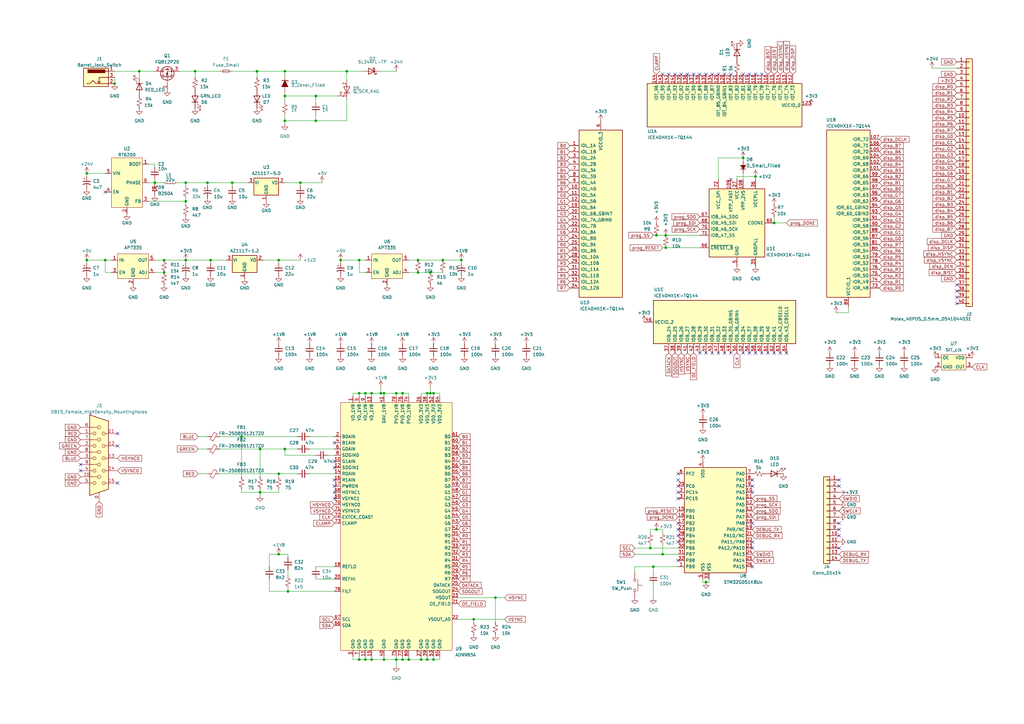
<source format=kicad_sch>
(kicad_sch (version 20220104) (generator eeschema)
  (paper "A3")
  (junction (at 147.32 106.68) (diameter 0.9144))
  (junction (at 267.97 232.41) (diameter 0.9144))
  (junction (at 273.05 96.52))
  (junction (at 106.68 184.15))
  (junction (at 67.31 106.68) (diameter 0.9144))
  (junction (at 106.68 201.93) (diameter 0.9144))
  (junction (at 309.88 72.39) (diameter 0.9144))
  (junction (at 172.72 270.51) (diameter 0.9144))
  (junction (at 63.5 74.93) (diameter 0.9144))
  (junction (at 85.09 74.93) (diameter 0.9144))
  (junction (at 76.2 106.68))
  (junction (at 116.84 184.15) (diameter 0.9144))
  (junction (at 189.23 106.68) (diameter 0.9144))
  (junction (at 116.84 39.37))
  (junction (at 176.53 111.76) (diameter 0.9144))
  (junction (at 129.54 39.37))
  (junction (at 99.06 179.07))
  (junction (at 266.7 224.79) (diameter 0.9144))
  (junction (at 289.56 238.76) (diameter 0.9144))
  (junction (at 162.56 270.51) (diameter 0.9144))
  (junction (at 157.48 161.29) (diameter 0.9144))
  (junction (at 46.99 34.29) (diameter 0.9144))
  (junction (at 149.86 161.29) (diameter 0.9144))
  (junction (at 167.64 270.51) (diameter 0.9144))
  (junction (at 95.25 74.93) (diameter 0.9144))
  (junction (at 139.7 106.68))
  (junction (at 273.05 101.6))
  (junction (at 67.31 111.76) (diameter 0.9144))
  (junction (at 152.4 270.51) (diameter 0.9144))
  (junction (at 176.53 161.29) (diameter 0.9144))
  (junction (at 116.84 49.53))
  (junction (at 76.2 74.93) (diameter 0.9144))
  (junction (at 271.78 227.33) (diameter 0.9144))
  (junction (at 156.21 161.29) (diameter 0.9144))
  (junction (at 123.19 74.93) (diameter 0.9144))
  (junction (at 80.01 29.21))
  (junction (at 175.26 270.51) (diameter 0.9144))
  (junction (at 157.48 270.51) (diameter 0.9144))
  (junction (at 76.2 82.55) (diameter 0.9144))
  (junction (at 162.56 161.29) (diameter 0.9144))
  (junction (at 57.15 29.21))
  (junction (at 203.2 245.11) (diameter 0.9144))
  (junction (at 165.1 161.29) (diameter 0.9144))
  (junction (at 165.1 270.51) (diameter 0.9144))
  (junction (at 129.54 49.53))
  (junction (at 147.32 161.29) (diameter 0.9144))
  (junction (at 86.36 106.68) (diameter 0.9144))
  (junction (at 175.26 161.29) (diameter 0.9144))
  (junction (at 43.18 106.68) (diameter 0.9144))
  (junction (at 105.41 29.21))
  (junction (at 152.4 161.29) (diameter 0.9144))
  (junction (at 149.86 270.51) (diameter 0.9144))
  (junction (at 269.24 96.52))
  (junction (at 269.24 217.17) (diameter 0.9144))
  (junction (at 114.3 227.33) (diameter 0.9144))
  (junction (at 194.31 254) (diameter 0.9144))
  (junction (at 147.32 270.51) (diameter 0.9144))
  (junction (at 114.3 194.31))
  (junction (at 171.45 111.76) (diameter 0.9144))
  (junction (at 177.8 270.51) (diameter 0.9144))
  (junction (at 114.3 106.68) (diameter 0.9144))
  (junction (at 171.45 106.68) (diameter 0.9144))
  (junction (at 304.8 64.77) (diameter 0.9144))
  (junction (at 35.56 71.12))
  (junction (at 142.24 29.21))
  (junction (at 116.84 29.21))
  (junction (at 118.11 242.57) (diameter 0.9144))
  (junction (at 181.61 106.68) (diameter 0.9144))
  (junction (at 317.5 91.44) (diameter 0.9144))
  (junction (at 35.56 106.68))
  (junction (at 177.8 161.29) (diameter 0.9144))
  (no_connect (at 307.34 144.78))
  (no_connect (at 278.13 196.85))
  (no_connect (at 307.34 30.48))
  (no_connect (at 287.02 144.78))
  (no_connect (at 289.56 144.78))
  (no_connect (at 292.1 144.78))
  (no_connect (at 294.64 144.78))
  (no_connect (at 309.88 30.48))
  (no_connect (at 48.26 182.88))
  (no_connect (at 297.18 144.78))
  (no_connect (at 312.42 144.78))
  (no_connect (at 48.26 198.12))
  (no_connect (at 299.72 30.48))
  (no_connect (at 314.96 144.78))
  (no_connect (at 297.18 30.48))
  (no_connect (at 33.02 193.04))
  (no_connect (at 344.17 214.63))
  (no_connect (at 344.17 217.17))
  (no_connect (at 344.17 219.71))
  (no_connect (at 344.17 224.79))
  (no_connect (at 392.43 124.46))
  (no_connect (at 299.72 144.78))
  (no_connect (at 48.26 177.8))
  (no_connect (at 304.8 30.48))
  (no_connect (at 43.18 78.74))
  (no_connect (at 312.42 30.48))
  (no_connect (at 271.78 30.48))
  (no_connect (at 274.32 30.48))
  (no_connect (at 276.86 30.48))
  (no_connect (at 279.4 30.48))
  (no_connect (at 281.94 30.48))
  (no_connect (at 284.48 30.48))
  (no_connect (at 287.02 30.48))
  (no_connect (at 392.43 119.38))
  (no_connect (at 137.16 181.61))
  (no_connect (at 137.16 189.23))
  (no_connect (at 137.16 191.77))
  (no_connect (at 137.16 196.85))
  (no_connect (at 137.16 199.39))
  (no_connect (at 137.16 201.93))
  (no_connect (at 137.16 204.47))
  (no_connect (at 294.64 30.48))
  (no_connect (at 344.17 199.39))
  (no_connect (at 344.17 196.85))
  (no_connect (at 304.8 144.78))
  (no_connect (at 392.43 121.92))
  (no_connect (at 392.43 116.84))
  (no_connect (at 278.13 194.31))
  (no_connect (at 278.13 199.39))
  (no_connect (at 278.13 201.93))
  (no_connect (at 278.13 204.47))
  (no_connect (at 278.13 214.63))
  (no_connect (at 278.13 217.17))
  (no_connect (at 278.13 219.71))
  (no_connect (at 278.13 222.25))
  (no_connect (at 278.13 229.87))
  (no_connect (at 308.61 196.85))
  (no_connect (at 308.61 199.39))
  (no_connect (at 308.61 201.93))
  (no_connect (at 308.61 214.63))
  (no_connect (at 308.61 222.25))
  (no_connect (at 308.61 224.79))
  (no_connect (at 308.61 232.41))
  (no_connect (at 317.5 144.78))
  (no_connect (at 309.88 144.78))
  (no_connect (at 320.04 144.78))
  (no_connect (at 299.72 73.66))
  (no_connect (at 322.58 144.78))
  (no_connect (at 33.02 190.5))
  (no_connect (at 289.56 30.48))
  (no_connect (at 292.1 30.48))
  (wire (pts (xy 110.49 237.49) (xy 110.49 242.57)))
  (wire (pts (xy 110.49 242.57) (xy 118.11 242.57)))
  (wire (pts (xy 129.54 237.49) (xy 137.16 237.49)))
  (wire (pts (xy 267.97 232.41) (xy 267.97 234.95)))
  (wire (pts (xy 302.26 73.66) (xy 302.26 72.39)))
  (wire (pts (xy 317.5 91.44) (xy 322.58 91.44)))
  (wire (pts (xy 101.6 74.93) (xy 95.25 74.93)))
  (wire (pts (xy 267.97 232.41) (xy 260.35 232.41)))
  (wire (pts (xy 63.5 67.31) (xy 60.96 67.31)))
  (wire (pts (xy 162.56 161.29) (xy 157.48 161.29)))
  (wire (pts (xy 162.56 162.56) (xy 162.56 161.29)))
  (wire (pts (xy 106.68 184.15) (xy 116.84 184.15)))
  (wire (pts (xy 116.84 186.69) (xy 129.54 186.69)))
  (wire (pts (xy 271.78 101.6) (xy 273.05 101.6)))
  (wire (pts (xy 63.5 106.68) (xy 67.31 106.68)))
  (wire (pts (xy 106.68 201.93) (xy 106.68 203.2)))
  (wire (pts (xy 99.06 179.07) (xy 99.06 195.58)))
  (wire (pts (xy 260.35 224.79) (xy 266.7 224.79)))
  (wire (pts (xy 266.7 224.79) (xy 266.7 223.52)))
  (wire (pts (xy 304.8 71.12) (xy 304.8 73.66)))
  (wire (pts (xy 116.84 186.69) (xy 116.84 184.15)))
  (wire (pts (xy 80.01 29.21) (xy 80.01 31.75)))
  (wire (pts (xy 149.86 161.29) (xy 149.86 162.56)))
  (wire (pts (xy 67.31 106.68) (xy 76.2 106.68)))
  (wire (pts (xy 142.24 29.21) (xy 148.59 29.21)))
  (wire (pts (xy 105.41 29.21) (xy 116.84 29.21)))
  (wire (pts (xy 266.7 217.17) (xy 269.24 217.17)))
  (wire (pts (xy 266.7 218.44) (xy 266.7 217.17)))
  (wire (pts (xy 95.25 29.21) (xy 105.41 29.21)))
  (wire (pts (xy 73.66 29.21) (xy 80.01 29.21)))
  (wire (pts (xy 171.45 106.68) (xy 181.61 106.68)))
  (wire (pts (xy 116.84 29.21) (xy 142.24 29.21)))
  (wire (pts (xy 80.01 29.21) (xy 90.17 29.21)))
  (wire (pts (xy 116.84 49.53) (xy 116.84 50.8)))
  (wire (pts (xy 147.32 270.51) (xy 149.86 270.51)))
  (wire (pts (xy 149.86 270.51) (xy 152.4 270.51)))
  (wire (pts (xy 147.32 161.29) (xy 147.32 162.56)))
  (wire (pts (xy 127 184.15) (xy 137.16 184.15)))
  (wire (pts (xy 269.24 96.52) (xy 273.05 96.52)))
  (wire (pts (xy 167.64 269.24) (xy 167.64 270.51)))
  (wire (pts (xy 90.17 179.07) (xy 99.06 179.07)))
  (wire (pts (xy 63.5 111.76) (xy 67.31 111.76)))
  (wire (pts (xy 129.54 39.37) (xy 138.43 39.37)))
  (wire (pts (xy 176.53 161.29) (xy 176.53 158.75)))
  (wire (pts (xy 177.8 161.29) (xy 176.53 161.29)))
  (wire (pts (xy 180.34 161.29) (xy 177.8 161.29)))
  (wire (pts (xy 180.34 162.56) (xy 180.34 161.29)))
  (wire (pts (xy 123.19 74.93) (xy 132.08 74.93)))
  (wire (pts (xy 76.2 81.28) (xy 76.2 82.55)))
  (wire (pts (xy 189.23 106.68) (xy 189.23 107.95)))
  (wire (pts (xy 142.24 29.21) (xy 142.24 33.02)))
  (wire (pts (xy 129.54 46.99) (xy 129.54 49.53)))
  (wire (pts (xy 76.2 74.93) (xy 85.09 74.93)))
  (wire (pts (xy 278.13 232.41) (xy 267.97 232.41)))
  (wire (pts (xy 147.32 111.76) (xy 149.86 111.76)))
  (wire (pts (xy 76.2 74.93) (xy 76.2 76.2)))
  (wire (pts (xy 177.8 161.29) (xy 177.8 162.56)))
  (wire (pts (xy 43.18 106.68) (xy 45.72 106.68)))
  (wire (pts (xy 267.97 96.52) (xy 269.24 96.52)))
  (wire (pts (xy 273.05 96.52) (xy 287.02 96.52)))
  (wire (pts (xy 116.84 49.53) (xy 129.54 49.53)))
  (wire (pts (xy 127 194.31) (xy 137.16 194.31)))
  (wire (pts (xy 157.48 269.24) (xy 157.48 270.51)))
  (wire (pts (xy 81.28 179.07) (xy 85.09 179.07)))
  (wire (pts (xy 85.09 74.93) (xy 85.09 76.2)))
  (wire (pts (xy 106.68 200.66) (xy 106.68 201.93)))
  (wire (pts (xy 152.4 269.24) (xy 152.4 270.51)))
  (wire (pts (xy 172.72 161.29) (xy 175.26 161.29)))
  (wire (pts (xy 172.72 162.56) (xy 172.72 161.29)))
  (wire (pts (xy 35.56 106.68) (xy 35.56 107.95)))
  (wire (pts (xy 118.11 233.68) (xy 118.11 236.22)))
  (wire (pts (xy 81.28 184.15) (xy 85.09 184.15)))
  (wire (pts (xy 162.56 270.51) (xy 162.56 273.05)))
  (wire (pts (xy 129.54 232.41) (xy 137.16 232.41)))
  (wire (pts (xy 114.3 200.66) (xy 114.3 201.93)))
  (wire (pts (xy 114.3 201.93) (xy 106.68 201.93)))
  (wire (pts (xy 162.56 270.51) (xy 165.1 270.51)))
  (wire (pts (xy 165.1 270.51) (xy 167.64 270.51)))
  (wire (pts (xy 167.64 270.51) (xy 172.72 270.51)))
  (wire (pts (xy 172.72 270.51) (xy 175.26 270.51)))
  (wire (pts (xy 175.26 270.51) (xy 177.8 270.51)))
  (wire (pts (xy 177.8 270.51) (xy 180.34 270.51)))
  (wire (pts (xy 99.06 179.07) (xy 121.92 179.07)))
  (wire (pts (xy 342.9 128.27) (xy 347.98 128.27)))
  (wire (pts (xy 142.24 40.64) (xy 142.24 49.53)))
  (wire (pts (xy 167.64 111.76) (xy 171.45 111.76)))
  (wire (pts (xy 167.64 106.68) (xy 171.45 106.68)))
  (wire (pts (xy 123.19 74.93) (xy 123.19 76.2)))
  (wire (pts (xy 118.11 227.33) (xy 118.11 228.6)))
  (wire (pts (xy 114.3 194.31) (xy 114.3 195.58)))
  (wire (pts (xy 57.15 29.21) (xy 57.15 31.75)))
  (wire (pts (xy 152.4 270.51) (xy 157.48 270.51)))
  (wire (pts (xy 157.48 270.51) (xy 162.56 270.51)))
  (wire (pts (xy 203.2 245.11) (xy 207.01 245.11)))
  (wire (pts (xy 203.2 255.27) (xy 203.2 245.11)))
  (wire (pts (xy 273.05 101.6) (xy 287.02 101.6)))
  (wire (pts (xy 105.41 29.21) (xy 105.41 31.75)))
  (wire (pts (xy 114.3 194.31) (xy 121.92 194.31)))
  (wire (pts (xy 116.84 46.99) (xy 116.84 49.53)))
  (wire (pts (xy 116.84 29.21) (xy 116.84 30.48)))
  (wire (pts (xy 76.2 106.68) (xy 86.36 106.68)))
  (wire (pts (xy 76.2 106.68) (xy 76.2 107.95)))
  (wire (pts (xy 139.7 106.68) (xy 147.32 106.68)))
  (wire (pts (xy 90.17 184.15) (xy 106.68 184.15)))
  (wire (pts (xy 116.84 184.15) (xy 121.92 184.15)))
  (wire (pts (xy 116.84 74.93) (xy 123.19 74.93)))
  (wire (pts (xy 107.95 106.68) (xy 114.3 106.68)))
  (wire (pts (xy 187.96 245.11) (xy 203.2 245.11)))
  (wire (pts (xy 129.54 39.37) (xy 116.84 39.37)))
  (wire (pts (xy 156.21 29.21) (xy 162.56 29.21)))
  (wire (pts (xy 294.64 64.77) (xy 304.8 64.77)))
  (wire (pts (xy 266.7 224.79) (xy 278.13 224.79)))
  (wire (pts (xy 165.1 269.24) (xy 165.1 270.51)))
  (wire (pts (xy 152.4 161.29) (xy 152.4 162.56)))
  (wire (pts (xy 116.84 39.37) (xy 116.84 41.91)))
  (wire (pts (xy 85.09 74.93) (xy 95.25 74.93)))
  (wire (pts (xy 175.26 269.24) (xy 175.26 270.51)))
  (wire (pts (xy 181.61 106.68) (xy 189.23 106.68)))
  (wire (pts (xy 43.18 106.68) (xy 43.18 111.76)))
  (wire (pts (xy 114.3 106.68) (xy 123.19 106.68)))
  (wire (pts (xy 162.56 269.24) (xy 162.56 270.51)))
  (wire (pts (xy 90.17 194.31) (xy 114.3 194.31)))
  (wire (pts (xy 92.71 106.68) (xy 86.36 106.68)))
  (wire (pts (xy 177.8 269.24) (xy 177.8 270.51)))
  (wire (pts (xy 147.32 269.24) (xy 147.32 270.51)))
  (wire (pts (xy 139.7 106.68) (xy 139.7 107.95)))
  (wire (pts (xy 76.2 82.55) (xy 76.2 83.82)))
  (wire (pts (xy 95.25 74.93) (xy 95.25 76.2)))
  (wire (pts (xy 156.21 158.75) (xy 156.21 161.29)))
  (wire (pts (xy 43.18 111.76) (xy 45.72 111.76)))
  (wire (pts (xy 116.84 38.1) (xy 116.84 39.37)))
  (wire (pts (xy 304.8 64.77) (xy 304.8 66.04)))
  (wire (pts (xy 167.64 161.29) (xy 165.1 161.29)))
  (wire (pts (xy 167.64 162.56) (xy 167.64 161.29)))
  (wire (pts (xy 81.28 194.31) (xy 85.09 194.31)))
  (wire (pts (xy 46.99 31.75) (xy 46.99 34.29)))
  (wire (pts (xy 60.96 74.93) (xy 63.5 74.93)))
  (wire (pts (xy 86.36 106.68) (xy 86.36 107.95)))
  (wire (pts (xy 260.35 232.41) (xy 260.35 234.95)))
  (wire (pts (xy 172.72 269.24) (xy 172.72 270.51)))
  (wire (pts (xy 147.32 106.68) (xy 147.32 111.76)))
  (wire (pts (xy 176.53 111.76) (xy 181.61 111.76)))
  (wire (pts (xy 127 179.07) (xy 137.16 179.07)))
  (wire (pts (xy 271.78 227.33) (xy 278.13 227.33)))
  (wire (pts (xy 63.5 73.66) (xy 63.5 74.93)))
  (wire (pts (xy 106.68 184.15) (xy 106.68 195.58)))
  (wire (pts (xy 114.3 106.68) (xy 114.3 107.95)))
  (wire (pts (xy 72.39 74.93) (xy 76.2 74.93)))
  (wire (pts (xy 63.5 68.58) (xy 63.5 67.31)))
  (wire (pts (xy 302.26 72.39) (xy 309.88 72.39)))
  (wire (pts (xy 129.54 49.53) (xy 142.24 49.53)))
  (wire (pts (xy 60.96 82.55) (xy 76.2 82.55)))
  (wire (pts (xy 382.27 27.94) (xy 392.43 27.94)))
  (wire (pts (xy 114.3 227.33) (xy 118.11 227.33)))
  (wire (pts (xy 288.29 237.49) (xy 288.29 238.76)))
  (wire (pts (xy 288.29 238.76) (xy 289.56 238.76)))
  (wire (pts (xy 289.56 238.76) (xy 290.83 238.76)))
  (wire (pts (xy 290.83 238.76) (xy 290.83 237.49)))
  (wire (pts (xy 35.56 71.12) (xy 35.56 72.39)))
  (wire (pts (xy 46.99 29.21) (xy 57.15 29.21)))
  (wire (pts (xy 118.11 242.57) (xy 137.16 242.57)))
  (wire (pts (xy 180.34 269.24) (xy 180.34 270.51)))
  (wire (pts (xy 147.32 106.68) (xy 149.86 106.68)))
  (wire (pts (xy 271.78 217.17) (xy 269.24 217.17)))
  (wire (pts (xy 271.78 218.44) (xy 271.78 217.17)))
  (wire (pts (xy 35.56 71.12) (xy 43.18 71.12)))
  (wire (pts (xy 294.64 64.77) (xy 294.64 73.66)))
  (wire (pts (xy 187.96 254) (xy 194.31 254)))
  (wire (pts (xy 194.31 254) (xy 207.01 254)))
  (wire (pts (xy 260.35 227.33) (xy 271.78 227.33)))
  (wire (pts (xy 271.78 227.33) (xy 271.78 223.52)))
  (wire (pts (xy 317.5 88.9) (xy 317.5 91.44)))
  (wire (pts (xy 35.56 106.68) (xy 43.18 106.68)))
  (wire (pts (xy 175.26 161.29) (xy 176.53 161.29)))
  (wire (pts (xy 175.26 162.56) (xy 175.26 161.29)))
  (wire (pts (xy 347.98 128.27) (xy 347.98 125.73)))
  (wire (pts (xy 118.11 241.3) (xy 118.11 242.57)))
  (wire (pts (xy 63.5 74.93) (xy 67.31 74.93)))
  (wire (pts (xy 309.88 72.39) (xy 309.88 73.66)))
  (wire (pts (xy 110.49 227.33) (xy 114.3 227.33)))
  (wire (pts (xy 110.49 232.41) (xy 110.49 227.33)))
  (wire (pts (xy 144.78 269.24) (xy 144.78 270.51)))
  (wire (pts (xy 144.78 270.51) (xy 147.32 270.51)))
  (wire (pts (xy 267.97 240.03) (xy 267.97 245.11)))
  (wire (pts (xy 149.86 269.24) (xy 149.86 270.51)))
  (wire (pts (xy 57.15 29.21) (xy 63.5 29.21)))
  (wire (pts (xy 129.54 39.37) (xy 129.54 41.91)))
  (wire (pts (xy 165.1 161.29) (xy 162.56 161.29)))
  (wire (pts (xy 165.1 162.56) (xy 165.1 161.29)))
  (wire (pts (xy 134.62 186.69) (xy 137.16 186.69)))
  (wire (pts (xy 99.06 200.66) (xy 99.06 201.93)))
  (wire (pts (xy 99.06 201.93) (xy 106.68 201.93)))
  (wire (pts (xy 171.45 111.76) (xy 176.53 111.76)))
  (wire (pts (xy 194.31 254) (xy 194.31 255.27)))
  (wire (pts (xy 144.78 161.29) (xy 144.78 162.56)))
  (wire (pts (xy 147.32 161.29) (xy 144.78 161.29)))
  (wire (pts (xy 149.86 161.29) (xy 147.32 161.29)))
  (wire (pts (xy 152.4 161.29) (xy 149.86 161.29)))
  (wire (pts (xy 156.21 161.29) (xy 152.4 161.29)))
  (wire (pts (xy 157.48 161.29) (xy 156.21 161.29)))
  (wire (pts (xy 157.48 162.56) (xy 157.48 161.29)))
  (global_label "prog_SCK" (shape input) (at 287.02 93.98 180) (property "Intersheet References" "${INTERSHEET_REFS}" (effects hide)))
  (global_label "disp_B3" (shape input) (at 360.68 69.85 0) (property "Intersheet References" "${INTERSHEET_REFS}" (effects hide)))
  (global_label "disp_DISP" (shape input) (at 392.43 101.6 180) (property "Intersheet References" "${INTERSHEET_REFS}" (effects hide)))
  (global_label "G3" (shape input) (at 233.68 87.63 180) (property "Intersheet References" "${INTERSHEET_REFS}" (effects hide)))
  (global_label "B3" (shape input) (at 187.96 186.69 0) (property "Intersheet References" "${INTERSHEET_REFS}" (effects hide)))
  (global_label "prog_DONE" (shape input) (at 278.13 212.09 180) (property "Intersheet References" "${INTERSHEET_REFS}" (effects hide)))
  (global_label "GND" (shape input) (at 392.43 96.52 180) (property "Intersheet References" "${INTERSHEET_REFS}" (effects hide)))
  (global_label "disp_R7" (shape input) (at 360.68 100.33 0) (property "Intersheet References" "${INTERSHEET_REFS}" (effects hide)))
  (global_label "B1" (shape input) (at 187.96 181.61 0) (property "Intersheet References" "${INTERSHEET_REFS}" (effects hide)))
  (global_label "R1" (shape input) (at 233.68 102.87 180) (property "Intersheet References" "${INTERSHEET_REFS}" (effects hide)))
  (global_label "disp_G7" (shape input) (at 392.43 73.66 180) (property "Intersheet References" "${INTERSHEET_REFS}" (effects hide)))
  (global_label "DATACK" (shape input) (at 274.32 144.78 270) (property "Intersheet References" "${INTERSHEET_REFS}" (effects hide)))
  (global_label "disp_G0" (shape input) (at 360.68 97.79 0) (property "Intersheet References" "${INTERSHEET_REFS}" (effects hide)))
  (global_label "disp_G4" (shape input) (at 392.43 66.04 180) (property "Intersheet References" "${INTERSHEET_REFS}" (effects hide)))
  (global_label "disp_G0" (shape input) (at 392.43 55.88 180) (property "Intersheet References" "${INTERSHEET_REFS}" (effects hide)))
  (global_label "SWCLK" (shape input) (at 344.17 209.55 0) (property "Intersheet References" "${INTERSHEET_REFS}" (effects hide)))
  (global_label "disp_B7" (shape input) (at 392.43 93.98 180) (property "Intersheet References" "${INTERSHEET_REFS}" (effects hide)))
  (global_label "G2" (shape input) (at 187.96 204.47 0) (property "Intersheet References" "${INTERSHEET_REFS}" (effects hide)))
  (global_label "G5" (shape input) (at 233.68 92.71 180) (property "Intersheet References" "${INTERSHEET_REFS}" (effects hide)))
  (global_label "SDA" (shape input) (at 137.16 256.54 180) (property "Intersheet References" "${INTERSHEET_REFS}" (effects hide)))
  (global_label "disp_R6" (shape input) (at 392.43 50.8 180) (property "Intersheet References" "${INTERSHEET_REFS}" (effects hide)))
  (global_label "G3" (shape input) (at 187.96 207.01 0) (property "Intersheet References" "${INTERSHEET_REFS}" (effects hide)))
  (global_label "disp_G5" (shape input) (at 392.43 68.58 180) (property "Intersheet References" "${INTERSHEET_REFS}" (effects hide)))
  (global_label "disp_G5" (shape input) (at 360.68 85.09 0) (property "Intersheet References" "${INTERSHEET_REFS}" (effects hide)))
  (global_label "DEBUG_RX" (shape input) (at 308.61 219.71 0) (property "Intersheetrefs" "${INTERSHEET_REFS}" (effects hide)))
  (global_label "disp_R5" (shape input) (at 392.43 48.26 180) (property "Intersheet References" "${INTERSHEET_REFS}" (effects hide)))
  (global_label "B4" (shape input) (at 233.68 69.85 180) (property "Intersheet References" "${INTERSHEET_REFS}" (effects hide)))
  (global_label "VSYNC" (shape input) (at 207.01 254 0) (property "Intersheet References" "${INTERSHEET_REFS}" (effects hide)))
  (global_label "VSYNC0" (shape input) (at 48.26 193.04 0) (property "Intersheet References" "${INTERSHEET_REFS}" (effects hide)))
  (global_label "RED" (shape input) (at 81.28 194.31 180) (property "Intersheet References" "${INTERSHEET_REFS}" (effects hide)))
  (global_label "disp_R4" (shape input) (at 360.68 107.95 0) (property "Intersheet References" "${INTERSHEET_REFS}" (effects hide)))
  (global_label "prog_SDO" (shape input) (at 308.61 209.55 0) (property "Intersheet References" "${INTERSHEET_REFS}" (effects hide)))
  (global_label "disp_B2" (shape input) (at 392.43 81.28 180) (property "Intersheet References" "${INTERSHEET_REFS}" (effects hide)))
  (global_label "GND" (shape input) (at 392.43 30.48 180) (property "Intersheet References" "${INTERSHEET_REFS}" (effects hide)))
  (global_label "disp_VSYNC" (shape input) (at 320.04 30.48 90) (property "Intersheet References" "${INTERSHEET_REFS}" (effects hide)))
  (global_label "GND" (shape input) (at 392.43 25.4 180) (property "Intersheet References" "${INTERSHEET_REFS}" (effects hide)))
  (global_label "CLAMP" (shape input) (at 137.16 214.63 180) (property "Intersheet References" "${INTERSHEET_REFS}" (effects hide)))
  (global_label "HSYNC" (shape input) (at 279.4 144.78 270) (property "Intersheet References" "${INTERSHEET_REFS}" (effects hide)))
  (global_label "disp_G6" (shape input) (at 392.43 71.12 180) (property "Intersheet References" "${INTERSHEET_REFS}" (effects hide)))
  (global_label "R2" (shape input) (at 187.96 224.79 0) (property "Intersheet References" "${INTERSHEET_REFS}" (effects hide)))
  (global_label "CLK" (shape input) (at 302.26 144.78 270) (property "Intersheet References" "${INTERSHEET_REFS}" (effects hide)))
  (global_label "BLUE" (shape input) (at 33.02 187.96 180) (property "Intersheet References" "${INTERSHEET_REFS}" (effects hide)))
  (global_label "CLAMP" (shape input) (at 269.24 30.48 90) (property "Intersheet References" "${INTERSHEET_REFS}" (effects hide)))
  (global_label "GREEN" (shape input) (at 33.02 182.88 180) (property "Intersheet References" "${INTERSHEET_REFS}" (effects hide)))
  (global_label "disp_G1" (shape input) (at 392.43 58.42 180) (property "Intersheet References" "${INTERSHEET_REFS}" (effects hide)))
  (global_label "GND" (shape input) (at 33.02 175.26 180) (property "Intersheet References" "${INTERSHEET_REFS}" (effects hide)))
  (global_label "GND" (shape input) (at 392.43 114.3 180) (property "Intersheet References" "${INTERSHEET_REFS}" (effects hide)))
  (global_label "prog_RESET" (shape input) (at 278.13 209.55 180) (property "Intersheet References" "${INTERSHEET_REFS}" (effects hide)))
  (global_label "CLK" (shape input) (at 398.78 150.495 0) (property "Intersheet References" "${INTERSHEET_REFS}" (effects hide)))
  (global_label "B6" (shape input) (at 233.68 74.93 180) (property "Intersheet References" "${INTERSHEET_REFS}" (effects hide)))
  (global_label "DEBUG_TX" (shape input) (at 344.17 229.87 0) (property "Intersheetrefs" "${INTERSHEET_REFS}" (effects hide)))
  (global_label "disp_R2" (shape input) (at 360.68 113.03 0) (property "Intersheet References" "${INTERSHEET_REFS}" (effects hide)))
  (global_label "VSYNC0" (shape input) (at 137.16 209.55 180) (property "Intersheet References" "${INTERSHEET_REFS}" (effects hide)))
  (global_label "disp_R2" (shape input) (at 392.43 40.64 180) (property "Intersheet References" "${INTERSHEET_REFS}" (effects hide)))
  (global_label "disp_B4" (shape input) (at 360.68 67.31 0) (property "Intersheet References" "${INTERSHEET_REFS}" (effects hide)))
  (global_label "disp_B0" (shape input) (at 360.68 77.47 0) (property "Intersheet References" "${INTERSHEET_REFS}" (effects hide)))
  (global_label "disp_B6" (shape input) (at 360.68 62.23 0) (property "Intersheet References" "${INTERSHEET_REFS}" (effects hide)))
  (global_label "disp_B4" (shape input) (at 392.43 86.36 180) (property "Intersheet References" "${INTERSHEET_REFS}" (effects hide)))
  (global_label "disp_R7" (shape input) (at 392.43 53.34 180) (property "Intersheet References" "${INTERSHEET_REFS}" (effects hide)))
  (global_label "disp_DISP" (shape input) (at 325.12 30.48 90) (property "Intersheet References" "${INTERSHEET_REFS}" (effects hide)))
  (global_label "B0" (shape input) (at 187.96 179.07 0) (property "Intersheet References" "${INTERSHEET_REFS}" (effects hide)))
  (global_label "B2" (shape input) (at 233.68 64.77 180) (property "Intersheet References" "${INTERSHEET_REFS}" (effects hide)))
  (global_label "disp_HSYNC" (shape input) (at 392.43 104.14 180) (property "Intersheet References" "${INTERSHEET_REFS}" (effects hide)))
  (global_label "SCL" (shape input) (at 137.16 254 180) (property "Intersheet References" "${INTERSHEET_REFS}" (effects hide)))
  (global_label "G0" (shape input) (at 233.68 80.01 180) (property "Intersheet References" "${INTERSHEET_REFS}" (effects hide)))
  (global_label "disp_DEN" (shape input) (at 392.43 109.22 180) (property "Intersheet References" "${INTERSHEET_REFS}" (effects hide)))
  (global_label "GND" (shape input) (at 33.02 180.34 180) (property "Intersheet References" "${INTERSHEET_REFS}" (effects hide)))
  (global_label "G0" (shape input) (at 187.96 199.39 0) (property "Intersheet References" "${INTERSHEET_REFS}" (effects hide)))
  (global_label "disp_B5" (shape input) (at 360.68 64.77 0) (property "Intersheet References" "${INTERSHEET_REFS}" (effects hide)))
  (global_label "G6" (shape input) (at 187.96 214.63 0) (property "Intersheet References" "${INTERSHEET_REFS}" (effects hide)))
  (global_label "B5" (shape input) (at 187.96 191.77 0) (property "Intersheet References" "${INTERSHEET_REFS}" (effects hide)))
  (global_label "SOGOUT" (shape input) (at 276.86 144.78 270) (property "Intersheet References" "${INTERSHEET_REFS}" (effects hide)))
  (global_label "OE_FIELD" (shape input) (at 187.96 247.65 0) (property "Intersheet References" "${INTERSHEET_REFS}" (effects hide)))
  (global_label "disp_BIST" (shape input) (at 392.43 111.76 180) (property "Intersheet References" "${INTERSHEET_REFS}" (effects hide)))
  (global_label "disp_G2" (shape input) (at 392.43 60.96 180) (property "Intersheet References" "${INTERSHEET_REFS}" (effects hide)))
  (global_label "disp_R1" (shape input) (at 392.43 38.1 180) (property "Intersheet References" "${INTERSHEET_REFS}" (effects hide)))
  (global_label "B2" (shape input) (at 187.96 184.15 0) (property "Intersheet References" "${INTERSHEET_REFS}" (effects hide)))
  (global_label "B7" (shape input) (at 187.96 196.85 0) (property "Intersheet References" "${INTERSHEET_REFS}" (effects hide)))
  (global_label "disp_R4" (shape input) (at 392.43 45.72 180) (property "Intersheet References" "${INTERSHEET_REFS}" (effects hide)))
  (global_label "disp_B7" (shape input) (at 360.68 59.69 0) (property "Intersheet References" "${INTERSHEET_REFS}" (effects hide)))
  (global_label "GND" (shape input) (at 33.02 185.42 180) (property "Intersheet References" "${INTERSHEET_REFS}" (effects hide)))
  (global_label "G6" (shape input) (at 233.68 95.25 180) (property "Intersheet References" "${INTERSHEET_REFS}" (effects hide)))
  (global_label "B6" (shape input) (at 187.96 194.31 0) (property "Intersheet References" "${INTERSHEET_REFS}" (effects hide)))
  (global_label "disp_BIST" (shape input) (at 314.96 30.48 90) (property "Intersheet References" "${INTERSHEET_REFS}" (effects hide)))
  (global_label "disp_B0" (shape input) (at 392.43 76.2 180) (property "Intersheet References" "${INTERSHEET_REFS}" (effects hide)))
  (global_label "+3V3" (shape input) (at 392.43 33.02 180) (property "Intersheet References" "${INTERSHEET_REFS}" (effects hide)))
  (global_label "HSYNC" (shape input) (at 207.01 245.11 0) (property "Intersheet References" "${INTERSHEET_REFS}" (effects hide)))
  (global_label "disp_R1" (shape input) (at 360.68 115.57 0) (property "Intersheet References" "${INTERSHEET_REFS}" (effects hide)))
  (global_label "B0" (shape input) (at 233.68 59.69 180) (property "Intersheet References" "${INTERSHEET_REFS}" (effects hide)))
  (global_label "disp_G6" (shape input) (at 360.68 82.55 0) (property "Intersheet References" "${INTERSHEET_REFS}" (effects hide)))
  (global_label "B4" (shape input) (at 187.96 189.23 0) (property "Intersheet References" "${INTERSHEET_REFS}" (effects hide)))
  (global_label "B3" (shape input) (at 233.68 67.31 180) (property "Intersheet References" "${INTERSHEET_REFS}" (effects hide)))
  (global_label "HSYNC0" (shape input) (at 48.26 187.96 0) (property "Intersheet References" "${INTERSHEET_REFS}" (effects hide)))
  (global_label "prog_DONE" (shape input) (at 322.58 91.44 0) (property "Intersheet References" "${INTERSHEET_REFS}" (effects hide)))
  (global_label "R0" (shape input) (at 187.96 219.71 0) (property "Intersheet References" "${INTERSHEET_REFS}" (effects hide)))
  (global_label "disp_R0" (shape input) (at 360.68 118.11 0) (property "Intersheet References" "${INTERSHEET_REFS}" (effects hide)))
  (global_label "disp_R6" (shape input) (at 360.68 102.87 0) (property "Intersheet References" "${INTERSHEET_REFS}" (effects hide)))
  (global_label "SWDIO" (shape input) (at 308.61 227.33 0) (property "Intersheet References" "${INTERSHEET_REFS}" (effects hide)))
  (global_label "SWDIO" (shape input) (at 344.17 204.47 0) (property "Intersheet References" "${INTERSHEET_REFS}" (effects hide)))
  (global_label "G7" (shape input) (at 233.68 97.79 180) (property "Intersheet References" "${INTERSHEET_REFS}" (effects hide)))
  (global_label "disp_G1" (shape input) (at 360.68 95.25 0) (property "Intersheet References" "${INTERSHEET_REFS}" (effects hide)))
  (global_label "CLK" (shape input) (at 137.16 212.09 180) (property "Intersheet References" "${INTERSHEET_REFS}" (effects hide)))
  (global_label "disp_VSYNC" (shape input) (at 392.43 106.68 180) (property "Intersheet References" "${INTERSHEET_REFS}" (effects hide)))
  (global_label "disp_B5" (shape input) (at 392.43 88.9 180) (property "Intersheet References" "${INTERSHEET_REFS}" (effects hide)))
  (global_label "disp_B1" (shape input) (at 360.68 74.93 0) (property "Intersheet References" "${INTERSHEET_REFS}" (effects hide)))
  (global_label "BLUE" (shape input) (at 81.28 179.07 180) (property "Intersheet References" "${INTERSHEET_REFS}" (effects hide)))
  (global_label "G1" (shape input) (at 187.96 201.93 0) (property "Intersheet References" "${INTERSHEET_REFS}" (effects hide)))
  (global_label "disp_B3" (shape input) (at 392.43 83.82 180) (property "Intersheet References" "${INTERSHEET_REFS}" (effects hide)))
  (global_label "disp_G7" (shape input) (at 360.68 80.01 0) (property "Intersheet References" "${INTERSHEET_REFS}" (effects hide)))
  (global_label "R0" (shape input) (at 233.68 100.33 180) (property "Intersheet References" "${INTERSHEET_REFS}" (effects hide)))
  (global_label "DEBUG_RX" (shape input) (at 344.17 227.33 0) (property "Intersheetrefs" "${INTERSHEET_REFS}" (effects hide)))
  (global_label "disp_DCLK" (shape input) (at 360.68 57.15 0) (property "Intersheet References" "${INTERSHEET_REFS}" (effects hide)))
  (global_label "DEBUG_TX" (shape input) (at 308.61 217.17 0) (property "Intersheetrefs" "${INTERSHEET_REFS}" (effects hide)))
  (global_label "G4" (shape input) (at 187.96 209.55 0) (property "Intersheet References" "${INTERSHEET_REFS}" (effects hide)))
  (global_label "GREEN" (shape input) (at 81.28 184.15 180) (property "Intersheet References" "${INTERSHEET_REFS}" (effects hide)))
  (global_label "G1" (shape input) (at 233.68 82.55 180) (property "Intersheet References" "${INTERSHEET_REFS}" (effects hide)))
  (global_label "G5" (shape input) (at 187.96 212.09 0) (property "Intersheet References" "${INTERSHEET_REFS}" (effects hide)))
  (global_label "disp_R3" (shape input) (at 392.43 43.18 180) (property "Intersheet References" "${INTERSHEET_REFS}" (effects hide)))
  (global_label "disp_R5" (shape input) (at 360.68 105.41 0) (property "Intersheet References" "${INTERSHEET_REFS}" (effects hide)))
  (global_label "GND" (shape input) (at 33.02 195.58 180) (property "Intersheet References" "${INTERSHEET_REFS}" (effects hide)))
  (global_label "VSYNC" (shape input) (at 281.94 144.78 270) (property "Intersheet References" "${INTERSHEET_REFS}" (effects hide)))
  (global_label "R7" (shape input) (at 233.68 118.11 180) (property "Intersheet References" "${INTERSHEET_REFS}" (effects hide)))
  (global_label "B7" (shape input) (at 233.68 77.47 180) (property "Intersheet References" "${INTERSHEET_REFS}" (effects hide)))
  (global_label "R2" (shape input) (at 233.68 105.41 180) (property "Intersheet References" "${INTERSHEET_REFS}" (effects hide)))
  (global_label "DATACK" (shape input) (at 187.96 240.03 0) (property "Intersheet References" "${INTERSHEET_REFS}" (effects hide)))
  (global_label "R7" (shape input) (at 187.96 237.49 0) (property "Intersheet References" "${INTERSHEET_REFS}" (effects hide)))
  (global_label "R5" (shape input) (at 233.68 113.03 180) (property "Intersheet References" "${INTERSHEET_REFS}" (effects hide)))
  (global_label "RED" (shape input) (at 33.02 177.8 180) (property "Intersheet References" "${INTERSHEET_REFS}" (effects hide)))
  (global_label "prog_SS" (shape input) (at 267.97 96.52 180) (property "Intersheet References" "${INTERSHEET_REFS}" (effects hide)))
  (global_label "disp_B6" (shape input) (at 392.43 91.44 180) (property "Intersheet References" "${INTERSHEET_REFS}" (effects hide)))
  (global_label "disp_DCLK" (shape input) (at 392.43 99.06 180) (property "Intersheet References" "${INTERSHEET_REFS}" (effects hide)))
  (global_label "SCL" (shape input) (at 260.35 224.79 180) (property "Intersheet References" "${INTERSHEET_REFS}" (effects hide)))
  (global_label "disp_G3" (shape input) (at 392.43 63.5 180) (property "Intersheet References" "${INTERSHEET_REFS}" (effects hide)))
  (global_label "G2" (shape input) (at 233.68 85.09 180) (property "Intersheet References" "${INTERSHEET_REFS}" (effects hide)))
  (global_label "B5" (shape input) (at 233.68 72.39 180) (property "Intersheet References" "${INTERSHEET_REFS}" (effects hide)))
  (global_label "prog_SDI" (shape input) (at 308.61 212.09 0) (property "Intersheet References" "${INTERSHEET_REFS}" (effects hide)))
  (global_label "disp_R3" (shape input) (at 360.68 110.49 0) (property "Intersheet References" "${INTERSHEET_REFS}" (effects hide)))
  (global_label "GND" (shape input) (at 33.02 198.12 180) (property "Intersheet References" "${INTERSHEET_REFS}" (effects hide)))
  (global_label "G4" (shape input) (at 233.68 90.17 180) (property "Intersheet References" "${INTERSHEET_REFS}" (effects hide)))
  (global_label "R4" (shape input) (at 187.96 229.87 0) (property "Intersheet References" "${INTERSHEET_REFS}" (effects hide)))
  (global_label "R3" (shape input) (at 187.96 227.33 0) (property "Intersheet References" "${INTERSHEET_REFS}" (effects hide)))
  (global_label "disp_B2" (shape input) (at 360.68 72.39 0) (property "Intersheet References" "${INTERSHEET_REFS}" (effects hide)))
  (global_label "OE_FIELD" (shape input) (at 284.48 144.78 270) (property "Intersheet References" "${INTERSHEET_REFS}" (effects hide)))
  (global_label "disp_G3" (shape input) (at 360.68 90.17 0) (property "Intersheet References" "${INTERSHEET_REFS}" (effects hide)))
  (global_label "disp_DEN" (shape input) (at 317.5 30.48 90) (property "Intersheet References" "${INTERSHEET_REFS}" (effects hide)))
  (global_label "HSYNC0" (shape input) (at 137.16 207.01 180) (property "Intersheet References" "${INTERSHEET_REFS}" (effects hide)))
  (global_label "R1" (shape input) (at 187.96 222.25 0) (property "Intersheet References" "${INTERSHEET_REFS}" (effects hide)))
  (global_label "prog_SS" (shape input) (at 308.61 204.47 0) (property "Intersheet References" "${INTERSHEET_REFS}" (effects hide)))
  (global_label "disp_G2" (shape input) (at 360.68 92.71 0) (property "Intersheet References" "${INTERSHEET_REFS}" (effects hide)))
  (global_label "prog_RESET" (shape input) (at 271.78 101.6 180) (property "Intersheet References" "${INTERSHEET_REFS}" (effects hide)))
  (global_label "disp_B1" (shape input) (at 392.43 78.74 180) (property "Intersheet References" "${INTERSHEET_REFS}" (effects hide)))
  (global_label "prog_SCK" (shape input) (at 308.61 207.01 0) (property "Intersheet References" "${INTERSHEET_REFS}" (effects hide)))
  (global_label "disp_HSYNC" (shape input) (at 322.58 30.48 90) (property "Intersheet References" "${INTERSHEET_REFS}" (effects hide)))
  (global_label "R4" (shape input) (at 233.68 110.49 180) (property "Intersheet References" "${INTERSHEET_REFS}" (effects hide)))
  (global_label "GND" (shape input) (at 40.64 205.74 270) (property "Intersheet References" "${INTERSHEET_REFS}" (effects hide)))
  (global_label "disp_R0" (shape input) (at 392.43 35.56 180) (property "Intersheet References" "${INTERSHEET_REFS}" (effects hide)))
  (global_label "R5" (shape input) (at 187.96 232.41 0) (property "Intersheet References" "${INTERSHEET_REFS}" (effects hide)))
  (global_label "prog_SDI" (shape input) (at 287.02 91.44 180) (property "Intersheet References" "${INTERSHEET_REFS}" (effects hide)))
  (global_label "B1" (shape input) (at 233.68 62.23 180) (property "Intersheet References" "${INTERSHEET_REFS}" (effects hide)))
  (global_label "SDA" (shape input) (at 260.35 227.33 180) (property "Intersheet References" "${INTERSHEET_REFS}" (effects hide)))
  (global_label "SOGOUT" (shape input) (at 187.96 242.57 0) (property "Intersheet References" "${INTERSHEET_REFS}" (effects hide)))
  (global_label "disp_G4" (shape input) (at 360.68 87.63 0) (property "Intersheet References" "${INTERSHEET_REFS}" (effects hide)))
  (global_label "R6" (shape input) (at 233.68 115.57 180) (property "Intersheet References" "${INTERSHEET_REFS}" (effects hide)))
  (global_label "prog_SDO" (shape input) (at 287.02 88.9 180) (property "Intersheet References" "${INTERSHEET_REFS}" (effects hide)))
  (global_label "G7" (shape input) (at 187.96 217.17 0) (property "Intersheet References" "${INTERSHEET_REFS}" (effects hide)))
  (global_label "SWCLK" (shape input) (at 308.61 229.87 0) (property "Intersheet References" "${INTERSHEET_REFS}" (effects hide)))
  (global_label "R3" (shape input) (at 233.68 107.95 180) (property "Intersheet References" "${INTERSHEET_REFS}" (effects hide)))
  (global_label "R6" (shape input) (at 187.96 234.95 0) (property "Intersheet References" "${INTERSHEET_REFS}" (effects hide)))
  (symbol (lib_id "Device:C_Small") (at 152.4 143.51 0) (unit 1)
    (property "Reference" "C16" (at 154.94 142.8749 0) (effects (justify left)))
    (property "Value" "100n" (at 154.94 145.4149 0) (effects (justify left)))
    (property "Footprint" "Capacitor_SMD:C_0805_2012Metric" (effects hide))
  )
  (symbol (lib_id "power:+1V8") (at 127 140.97 0) (unit 1)
    (property "Reference" "#PWR048" (effects hide))
    (property "Value" "+1V8" (at 127 137.16 0))
  )
  (symbol (lib_id "power:+24V") (at 382.27 27.94 0) (unit 1)
    (property "Reference" "#PWR02" (effects hide))
    (property "Value" "+24V" (at 382.27 24.13 0))
  )
  (symbol (lib_id "power:GND") (at 177.8 146.05 0) (unit 1)
    (property "Reference" "#PWR065" (effects hide))
    (property "Value" "GND" (at 177.8 151.13 0))
  )
  (symbol (lib_id "Device:R_Small_US") (at 176.53 114.3 0) (unit 1)
    (property "Reference" "R15" (at 179.07 113.6649 0) (effects (justify left)))
    (property "Value" "4k" (at 179.07 116.2049 0) (effects (justify left)))
    (property "Footprint" "Resistor_SMD:R_0805_2012Metric" (effects hide))
  )
  (symbol (lib_id "power:GND") (at 260.35 245.11 0) (unit 1)
    (property "Reference" "#PWR090" (effects hide))
    (property "Value" "GND" (at 260.35 250.19 0))
  )
  (symbol (lib_id "power:GND") (at 309.88 109.22 0) (unit 1)
    (property "Reference" "#PWR028" (effects hide))
    (property "Value" "GND" (at 309.88 114.3 0))
  )
  (symbol (lib_id "User:AP7335") (at 158.75 109.22 0) (unit 1)
    (property "Reference" "U6" (at 158.75 99.06 0))
    (property "Value" "AP7335" (at 158.75 101.6 0))
    (property "Footprint" "Package_TO_SOT_SMD:SOT-23-5" (effects hide))
  )
  (symbol (lib_id "Device:R_Small_US") (at 181.61 109.22 0) (unit 1)
    (property "Reference" "R13" (at 184.15 109.8549 0) (effects (justify left)))
    (property "Value" "10k" (at 184.15 112.3949 0) (effects (justify left)))
    (property "Footprint" "Resistor_SMD:R_0805_2012Metric" (effects hide))
  )
  (symbol (lib_id "power:GND") (at 190.5 146.05 0) (unit 1)
    (property "Reference" "#PWR066" (effects hide))
    (property "Value" "GND" (at 190.5 151.13 0))
  )
  (symbol (lib_id "power:GND") (at 176.53 116.84 0) (unit 1)
    (property "Reference" "#PWR044" (effects hide))
    (property "Value" "GND" (at 176.53 121.92 0))
  )
  (symbol (lib_id "power:GND") (at 139.7 113.03 0) (unit 1)
    (property "Reference" "#PWR036" (effects hide))
    (property "Value" "GND" (at 139.7 118.11 0))
  )
  (symbol (lib_id "Device:C_Small") (at 139.7 143.51 0) (unit 1)
    (property "Reference" "C15" (at 142.24 142.8749 0) (effects (justify left)))
    (property "Value" "100n" (at 142.24 145.4149 0) (effects (justify left)))
    (property "Footprint" "Capacitor_SMD:C_0805_2012Metric" (effects hide))
  )
  (symbol (lib_id "Regulator_Linear:AZ1117-1.2") (at 100.33 106.68 0) (unit 1)
    (property "Reference" "U4" (at 100.33 100.33 0))
    (property "Value" "AZ1117-1.2" (at 100.33 102.87 0))
    (property "Footprint" "Package_TO_SOT_SMD:SOT-223" (effects hide))
    (property "Datasheet" "https://www.diodes.com/assets/Datasheets/AZ1117.pdf" (effects hide))
  )
  (symbol (lib_id "Device:C_Small") (at 190.5 143.51 0) (unit 1)
    (property "Reference" "C19" (at 193.04 142.8749 0) (effects (justify left)))
    (property "Value" "100n" (at 193.04 145.4149 0) (effects (justify left)))
    (property "Footprint" "Capacitor_SMD:C_0805_2012Metric" (effects hide))
  )
  (symbol (lib_id "Device:C_Small") (at 165.1 143.51 0) (unit 1)
    (property "Reference" "C17" (at 167.64 142.8749 0) (effects (justify left)))
    (property "Value" "100n" (at 167.64 145.4149 0) (effects (justify left)))
    (property "Footprint" "Capacitor_SMD:C_0805_2012Metric" (effects hide))
  )
  (symbol (lib_id "power:+3V3") (at 340.36 144.78 0) (unit 1)
    (property "Reference" "#PWR056" (effects hide))
    (property "Value" "+3V3" (at 340.36 140.335 0))
  )
  (symbol (lib_id "Device:LED") (at 57.15 35.56 270) (unit 1)
    (property "Reference" "D4" (at 60.96 34.29 90))
    (property "Value" "RED_LED" (at 63.5 36.83 90))
    (property "Footprint" "LED_SMD:LED_0603_1608Metric" (effects hide))
  )
  (symbol (lib_id "power:+3V3") (at 288.29 170.18 0) (unit 1)
    (property "Reference" "#PWR075" (effects hide))
    (property "Value" "+3V3" (at 288.29 166.37 0))
  )
  (symbol (lib_id "Device:C_Polarized_Small_US") (at 189.23 110.49 0) (unit 1)
    (property "Reference" "C10" (at 191.77 109.8549 0) (effects (justify left)))
    (property "Value" "1u" (at 191.77 112.3949 0) (effects (justify left)))
    (property "Footprint" "Capacitor_Tantalum_SMD:CP_EIA-3528-21_Kemet-B" (effects hide))
  )
  (symbol (lib_id "Device:C_Small") (at 114.3 143.51 0) (unit 1)
    (property "Reference" "C13" (at 116.84 142.8749 0) (effects (justify left)))
    (property "Value" "100n" (at 116.84 145.4149 0) (effects (justify left)))
    (property "Footprint" "Capacitor_SMD:C_0805_2012Metric" (effects hide))
  )
  (symbol (lib_id "power:+3V3") (at 76.2 106.68 0) (unit 1)
    (property "Reference" "#PWR030" (effects hide))
    (property "Value" "+3V3" (at 76.2 102.87 0))
  )
  (symbol (lib_id "power:+3V3") (at 342.9 128.27 0) (unit 1)
    (property "Reference" "#PWR045" (effects hide))
    (property "Value" "+3V3" (at 342.9 124.46 0))
  )
  (symbol (lib_id "power:+24V") (at 35.56 71.12 0) (unit 1)
    (property "Reference" "#PWR014" (effects hide))
    (property "Value" "+24V" (at 35.56 67.31 0))
  )
  (symbol (lib_id "Device:R_Small_US") (at 99.06 198.12 0) (unit 1)
    (property "Reference" "R17" (at 101.6 197.4849 0) (effects (justify left)))
    (property "Value" "75" (at 101.6 200.0249 0) (effects (justify left)))
    (property "Footprint" "Resistor_SMD:R_0805_2012Metric" (effects hide))
  )
  (symbol (lib_id "power:+3V3") (at 190.5 140.97 0) (unit 1)
    (property "Reference" "#PWR053" (effects hide))
    (property "Value" "+3V3" (at 190.5 137.16 0))
  )
  (symbol (lib_id "power:GND") (at 215.9 146.05 0) (unit 1)
    (property "Reference" "#PWR068" (effects hide))
    (property "Value" "GND" (at 215.9 151.13 0))
  )
  (symbol (lib_id "Device:L_Small") (at 69.85 74.93 90) (unit 1)
    (property "Reference" "L1" (at 69.215 71.755 90))
    (property "Value" "22u" (at 69.85 73.66 90))
    (property "Footprint" "User:IHLP2525CZER220M11" (effects hide))
  )
  (symbol (lib_id "Device:R_Small_US") (at 171.45 109.22 0) (unit 1)
    (property "Reference" "R12" (at 173.99 108.5849 0) (effects (justify left)))
    (property "Value" "10k" (at 173.99 111.1249 0) (effects (justify left)))
    (property "Footprint" "Resistor_SMD:R_0805_2012Metric" (effects hide))
  )
  (symbol (lib_id "power:GND") (at 123.19 81.28 0) (unit 1)
    (property "Reference" "#PWR021" (effects hide))
    (property "Value" "GND" (at 123.19 85.09 0))
  )
  (symbol (lib_id "User:RT6200") (at 52.07 74.93 0) (unit 1)
    (property "Reference" "U2" (at 52.07 60.96 0))
    (property "Value" "RT6200" (at 52.07 63.5 0))
    (property "Footprint" "Package_TO_SOT_SMD:SOT-23-6" (effects hide))
  )
  (symbol (lib_id "Device:R_Small_US") (at 76.2 86.36 0) (unit 1)
    (property "Reference" "R8" (at 78.74 85.7249 0) (effects (justify left)))
    (property "Value" "4k7" (at 78.74 88.2649 0) (effects (justify left)))
    (property "Footprint" "Resistor_SMD:R_0805_2012Metric" (effects hide))
  )
  (symbol (lib_id "power:+3V3") (at 288.29 189.23 0) (unit 1)
    (property "Reference" "#PWR077" (effects hide))
    (property "Value" "+3V3" (at 288.29 185.42 0))
  )
  (symbol (lib_id "Device:FerriteBead_Small") (at 87.63 184.15 90) (unit 1)
    (property "Reference" "FB2" (at 99.06 180.34 90))
    (property "Value" "FR-2508051217Z0" (at 99.06 182.88 90))
    (property "Footprint" "Inductor_SMD:L_0805_2012Metric" (effects hide))
  )
  (symbol (lib_id "power:+1V8") (at 165.1 140.97 0) (unit 1)
    (property "Reference" "#PWR051" (effects hide))
    (property "Value" "+1V8" (at 165.1 137.16 0))
  )
  (symbol (lib_id "power:+3V3") (at 332.74 43.18 0) (unit 1)
    (property "Reference" "#PWR06" (effects hide))
    (property "Value" "+3V3" (at 332.74 39.37 0))
  )
  (symbol (lib_id "Device:R_Small_US") (at 114.3 198.12 0) (unit 1)
    (property "Reference" "R19" (at 116.84 197.4849 0) (effects (justify left)))
    (property "Value" "75" (at 116.84 200.0249 0) (effects (justify left)))
    (property "Footprint" "Resistor_SMD:R_0805_2012Metric" (effects hide))
  )
  (symbol (lib_id "Device:C_Small") (at 86.36 110.49 0) (unit 1)
    (property "Reference" "C11" (at 88.9 109.8549 0) (effects (justify left)))
    (property "Value" "10u" (at 88.9 112.3949 0) (effects (justify left)))
    (property "Footprint" "Capacitor_SMD:C_0805_2012Metric" (effects hide))
  )
  (symbol (lib_id "power:GND") (at 165.1 146.05 0) (unit 1)
    (property "Reference" "#PWR064" (effects hide))
    (property "Value" "GND" (at 165.1 151.13 0))
  )
  (symbol (lib_id "Device:C_Small") (at 129.54 234.95 0) (unit 1)
    (property "Reference" "C34" (at 132.08 234.3149 0) (effects (justify left)))
    (property "Value" "10u" (at 132.08 236.8549 0) (effects (justify left)))
    (property "Footprint" "Capacitor_SMD:C_0805_2012Metric" (effects hide))
  )
  (symbol (lib_id "power:+1V8") (at 139.7 140.97 0) (unit 1)
    (property "Reference" "#PWR049" (effects hide))
    (property "Value" "+1V8" (at 139.7 137.16 0))
  )
  (symbol (lib_id "Device:R_Small_US") (at 273.05 99.06 0) (unit 1)
    (property "Reference" "R10" (at 275.59 98.4249 0) (effects (justify left)))
    (property "Value" "10k" (at 275.59 100.9649 0) (effects (justify left)))
    (property "Footprint" "Resistor_SMD:R_0805_2012Metric" (effects hide))
  )
  (symbol (lib_id "power:+3V3") (at 203.2 140.97 0) (unit 1)
    (property "Reference" "#PWR054" (effects hide))
    (property "Value" "+3V3" (at 203.2 137.16 0))
  )
  (symbol (lib_id "Device:R_Small_US") (at 317.5 86.36 0) (unit 1)
    (property "Reference" "R7" (at 318.77 85.0899 0) (effects (justify left)))
    (property "Value" "10k" (at 318.77 87.6299 0) (effects (justify left)))
    (property "Footprint" "Resistor_SMD:R_0805_2012Metric" (effects hide))
  )
  (symbol (lib_id "Device:C_Small") (at 110.49 234.95 0) (unit 1)
    (property "Reference" "C33" (at 113.03 234.3149 0) (effects (justify left)))
    (property "Value" "8n2" (at 113.03 236.8549 0) (effects (justify left)))
    (property "Footprint" "Capacitor_SMD:C_0805_2012Metric" (effects hide))
  )
  (symbol (lib_id "power:GND") (at 289.56 238.76 0) (unit 1)
    (property "Reference" "#PWR089" (effects hide))
    (property "Value" "GND" (at 289.56 243.84 0))
  )
  (symbol (lib_id "power:GND") (at 139.7 146.05 0) (unit 1)
    (property "Reference" "#PWR062" (effects hide))
    (property "Value" "GND" (at 139.7 151.13 0))
  )
  (symbol (lib_id "Device:C_Polarized_Small_US") (at 35.56 74.93 0) (unit 1)
    (property "Reference" "C3" (at 38.1 74.2949 0) (effects (justify left)))
    (property "Value" "4u7" (at 38.1 76.8349 0) (effects (justify left)))
    (property "Footprint" "Capacitor_Tantalum_SMD:CP_EIA-7343-31_Kemet-D" (effects hide))
  )
  (symbol (lib_id "power:GND") (at 76.2 113.03 0) (unit 1)
    (property "Reference" "#PWR035" (effects hide))
    (property "Value" "GND" (at 76.2 118.11 0))
  )
  (symbol (lib_id "Device:D_Schottky") (at 152.4 29.21 180) (unit 1)
    (property "Reference" "D2" (at 152.7175 24.13 0))
    (property "Value" "SL34AFL-TP" (at 152.7175 25.4 0))
    (property "Footprint" "Diode_SMD:D_SMA" (effects hide))
  )
  (symbol (lib_id "FPGA_Lattice:ICE40HX1K-TQ144") (at 347.98 87.63 180) (unit 2)
    (property "Reference" "U1" (at 340.868 49.149 0))
    (property "Value" "ICE40HX1K-TQ144" (at 347.98 51.689 0))
    (property "Footprint" "Package_QFP:TQFP-144_20x20mm_P0.5mm" (effects hide))
    (property "Datasheet" "http://www.latticesemi.com/Products/FPGAandCPLD/iCE40" (effects hide))
  )
  (symbol (lib_id "Connector_Generic:Conn_01x14") (at 339.09 212.09 0) (mirror y) (unit 1)
    (property "Reference" "J4" (at 339.09 232.41 0))
    (property "Value" "Conn_01x14" (at 339.09 234.95 0))
    (property "Footprint" "User:SAMTECH-FTSH-107-01-F-DV-K" (effects hide))
  )
  (symbol (lib_id "Device:D_Zener_Filled") (at 116.84 34.29 270) (unit 1)
    (property "Reference" "D3" (at 119.38 33.655 90) (effects (justify left)))
    (property "Value" "D_Zener_Filled" (at 119.38 34.925 90) (effects (justify left)))
    (property "Footprint" "Diode_SMD:D_SOD-123" (effects hide))
  )
  (symbol (lib_id "power:GND") (at 158.75 116.84 0) (unit 1)
    (property "Reference" "#PWR043" (effects hide))
    (property "Value" "GND" (at 158.75 121.92 0))
  )
  (symbol (lib_id "Device:C_Small") (at 129.54 44.45 0) (unit 1)
    (property "Reference" "C1" (at 132.08 43.8213 0) (effects (justify left)))
    (property "Value" "1n" (at 132.08 45.0913 0) (effects (justify left)))
    (property "Footprint" "Capacitor_SMD:C_0805_2012Metric" (effects hide))
  )
  (symbol (lib_id "power:+1V8") (at 114.3 227.33 0) (unit 1)
    (property "Reference" "#PWR088" (effects hide))
    (property "Value" "+1V8" (at 114.3 223.52 0))
  )
  (symbol (lib_id "power:GND") (at 302.26 17.78 90) (unit 1)
    (property "Reference" "#PWR01" (effects hide))
    (property "Value" "GND" (at 307.34 17.78 0))
  )
  (symbol (lib_id "power:GND") (at 127 146.05 0) (unit 1)
    (property "Reference" "#PWR061" (effects hide))
    (property "Value" "GND" (at 127 151.13 0))
  )
  (symbol (lib_id "power:+3V3") (at 176.53 158.75 0) (unit 1)
    (property "Reference" "#PWR074" (effects hide))
    (property "Value" "+3V3" (at 176.53 154.94 0))
  )
  (symbol (lib_id "Device:Q_PMOS_GDS") (at 68.58 31.75 90) (unit 1)
    (property "Reference" "Q1" (at 68.58 22.86 90))
    (property "Value" "FQB12P20" (at 68.58 25.4 90))
    (property "Footprint" "Package_TO_SOT_SMD:TO-263-2" (effects hide))
  )
  (symbol (lib_id "power:GND") (at 350.52 149.86 0) (unit 1)
    (property "Reference" "#PWR070" (effects hide))
    (property "Value" "GND" (at 350.52 154.305 0))
  )
  (symbol (lib_id "Device:C_Small") (at 132.08 186.69 90) (unit 1)
    (property "Reference" "C29" (at 130.1749 189.23 90) (effects (justify left)))
    (property "Value" "47n" (at 136.5249 189.23 90) (effects (justify left)))
    (property "Footprint" "Capacitor_SMD:C_0805_2012Metric" (effects hide))
  )
  (symbol (lib_id "power:+3V3") (at 264.16 132.08 0) (unit 1)
    (property "Reference" "#PWR046" (effects hide))
    (property "Value" "+3V3" (at 264.16 128.27 0))
  )
  (symbol (lib_id "Device:R_Small_US") (at 106.68 198.12 0) (unit 1)
    (property "Reference" "R18" (at 109.22 197.4849 0) (effects (justify left)))
    (property "Value" "75" (at 109.22 200.0249 0) (effects (justify left)))
    (property "Footprint" "Resistor_SMD:R_0805_2012Metric" (effects hide))
  )
  (symbol (lib_id "Device:C_Small") (at 203.2 143.51 0) (unit 1)
    (property "Reference" "C20" (at 205.74 142.8749 0) (effects (justify left)))
    (property "Value" "100n" (at 205.74 145.4149 0) (effects (justify left)))
    (property "Footprint" "Capacitor_SMD:C_0805_2012Metric" (effects hide))
  )
  (symbol (lib_id "Device:R_Small_US") (at 80.01 34.29 0) (unit 1)
    (property "Reference" "R2" (at 83.82 33.02 0))
    (property "Value" "15k" (at 83.82 35.56 0))
    (property "Footprint" "Resistor_SMD:R_0805_2012Metric" (effects hide))
  )
  (symbol (lib_id "power:GND") (at 370.84 149.86 0) (unit 1)
    (property "Reference" "#PWR072" (effects hide))
    (property "Value" "GND" (at 370.84 154.305 0))
  )
  (symbol (lib_id "Device:R_Small_US") (at 302.26 27.94 180) (unit 1)
    (property "Reference" "R1" (at 297.18 27.94 90))
    (property "Value" "5k" (at 299.72 27.94 90))
    (property "Footprint" "Resistor_SMD:R_0805_2012Metric" (effects hide))
  )
  (symbol (lib_id "Device:C_Small") (at 370.84 147.32 0) (unit 1)
    (property "Reference" "C25" (at 373.38 146.6849 0) (effects (justify left)))
    (property "Value" "100n" (at 373.38 149.2249 0) (effects (justify left)))
    (property "Footprint" "Capacitor_SMD:C_0805_2012Metric" (effects hide))
  )
  (symbol (lib_id "Device:R_Small_US") (at 271.78 220.98 0) (unit 1)
    (property "Reference" "R21" (at 273.05 220.3449 0) (effects (justify left)))
    (property "Value" "4k7" (at 273.05 222.8849 0) (effects (justify left)))
    (property "Footprint" "Resistor_SMD:R_0805_2012Metric" (effects hide))
  )
  (symbol (lib_id "Device:C_Small") (at 340.36 147.32 0) (unit 1)
    (property "Reference" "C22" (at 342.9 146.6849 0) (effects (justify left)))
    (property "Value" "100n" (at 342.9 149.2249 0) (effects (justify left)))
    (property "Footprint" "Capacitor_SMD:C_0805_2012Metric" (effects hide))
  )
  (symbol (lib_id "power:+3V3") (at 304.8 64.77 0) (unit 1)
    (property "Reference" "#PWR012" (effects hide))
    (property "Value" "+3V3" (at 304.8 60.96 0))
  )
  (symbol (lib_id "Device:D_Schottky_Small") (at 63.5 77.47 270) (unit 1)
    (property "Reference" "D9" (at 64.77 76.8349 90) (effects (justify left)))
    (property "Value" "B250A" (at 64.77 79.3749 90) (effects (justify left)))
    (property "Footprint" "Diode_SMD:D_SMA" (effects hide))
  )
  (symbol (lib_id "Device:C_Small") (at 124.46 184.15 90) (unit 1)
    (property "Reference" "C28" (at 122.5549 181.61 90) (effects (justify left)))
    (property "Value" "47n" (at 128.9049 181.61 90) (effects (justify left)))
    (property "Footprint" "Capacitor_SMD:C_0805_2012Metric" (effects hide))
  )
  (symbol (lib_id "Device:C_Polarized_Small_US") (at 85.09 78.74 0) (unit 1)
    (property "Reference" "C4" (at 87.63 78.1049 0) (effects (justify left)))
    (property "Value" "10u" (at 87.63 80.6449 0) (effects (justify left)))
    (property "Footprint" "Capacitor_Tantalum_SMD:CP_EIA-7343-31_Kemet-D" (effects hide))
  )
  (symbol (lib_id "Device:LED") (at 80.01 40.64 90) (unit 1)
    (property "Reference" "D6" (at 83.82 41.91 90))
    (property "Value" "GRN_LED" (at 86.36 39.37 90))
    (property "Footprint" "LED_SMD:LED_0603_1608Metric" (effects hide))
  )
  (symbol (lib_id "Device:LED") (at 317.5 194.31 180) (unit 1)
    (property "Reference" "D10" (at 317.6905 187.96 0))
    (property "Value" "LED" (at 317.6905 190.5 0))
    (property "Footprint" "LED_SMD:LED_0603_1608Metric" (effects hide))
  )
  (symbol (lib_id "power:GND") (at 105.41 44.45 0) (unit 1)
    (property "Reference" "#PWR09" (effects hide))
    (property "Value" "GND" (at 105.41 49.53 0))
  )
  (symbol (lib_id "power:GND") (at 162.56 273.05 0) (unit 1)
    (property "Reference" "#PWR094" (effects hide))
    (property "Value" "GND" (at 162.56 278.13 0))
  )
  (symbol (lib_id "power:+3V3") (at 269.24 217.17 0) (unit 1)
    (property "Reference" "#PWR086" (effects hide))
    (property "Value" "+3V3" (at 273.05 215.9 0))
  )
  (symbol (lib_id "power:GND") (at 189.23 113.03 0) (unit 1)
    (property "Reference" "#PWR037" (effects hide))
    (property "Value" "GND" (at 189.23 118.11 0))
  )
  (symbol (lib_id "power:+3V3") (at 215.9 140.97 0) (unit 1)
    (property "Reference" "#PWR055" (effects hide))
    (property "Value" "+3V3" (at 215.9 137.16 0))
  )
  (symbol (lib_id "power:+3V3") (at 370.84 144.78 0) (unit 1)
    (property "Reference" "#PWR059" (effects hide))
    (property "Value" "+3V3" (at 370.84 140.335 0))
  )
  (symbol (lib_id "power:GND") (at 109.22 82.55 0) (unit 1)
    (property "Reference" "#PWR022" (effects hide))
    (property "Value" "GND" (at 109.22 86.36 0))
  )
  (symbol (lib_id "power:GND") (at 203.2 260.35 0) (unit 1)
    (property "Reference" "#PWR093" (effects hide))
    (property "Value" "GND" (at 203.2 265.43 0))
  )
  (symbol (lib_id "User:AD9983A") (at 162.56 215.9 0) (unit 1)
    (property "Reference" "U9" (at 186.69 266.0649 0) (effects (justify left)))
    (property "Value" "AD9983A" (at 186.69 268.6049 0) (effects (justify left)))
    (property "Footprint" "Package_QFP:LQFP-80_14x14mm_P0.65mm" (effects hide))
  )
  (symbol (lib_id "power:GND") (at 95.25 81.28 0) (unit 1)
    (property "Reference" "#PWR020" (effects hide))
    (property "Value" "GND" (at 95.25 85.09 0))
  )
  (symbol (lib_id "power:GND") (at 68.58 36.83 0) (unit 1)
    (property "Reference" "#PWR05" (effects hide))
    (property "Value" "GND" (at 68.58 41.91 0))
  )
  (symbol (lib_id "FPGA_Lattice:ICE40HX1K-TQ144") (at 297.18 132.08 90) (unit 3)
    (property "Reference" "U1" (at 268.224 118.7449 90) (effects (justify right)))
    (property "Value" "ICE40HX1K-TQ144" (at 268.224 121.2849 90) (effects (justify right)))
    (property "Footprint" "Package_QFP:TQFP-144_20x20mm_P0.5mm" (effects hide))
    (property "Datasheet" "http://www.latticesemi.com/Products/FPGAandCPLD/iCE40" (effects hide))
  )
  (symbol (lib_id "Device:D_Small_Filled") (at 304.8 68.58 90) (unit 1)
    (property "Reference" "D8" (at 306.07 65.4049 90) (effects (justify right)))
    (property "Value" "D_Small_Filled" (at 306.07 67.9449 90) (effects (justify right)))
    (property "Footprint" "Diode_SMD:D_SOD-123" (effects hide))
  )
  (symbol (lib_id "Device:LED") (at 105.41 40.64 90) (unit 1)
    (property "Reference" "D7" (at 109.22 41.91 90))
    (property "Value" "LED" (at 109.22 39.37 90))
    (property "Footprint" "LED_SMD:LED_0603_1608Metric" (effects hide))
  )
  (symbol (lib_id "power:GND") (at 344.17 207.01 90) (unit 1)
    (property "Reference" "#PWR083" (effects hide))
    (property "Value" "GND" (at 349.25 207.01 90))
  )
  (symbol (lib_id "power:+1V2") (at 123.19 106.68 0) (unit 1)
    (property "Reference" "#PWR033" (effects hide))
    (property "Value" "+1V2" (at 127 106.68 0))
  )
  (symbol (lib_id "power:GND") (at 321.31 194.31 0) (unit 1)
    (property "Reference" "#PWR080" (effects hide))
    (property "Value" "GND" (at 321.31 199.39 0))
  )
  (symbol (lib_id "power:GND") (at 152.4 146.05 0) (unit 1)
    (property "Reference" "#PWR063" (effects hide))
    (property "Value" "GND" (at 152.4 151.13 0))
  )
  (symbol (lib_id "power:+1V8") (at 189.23 106.68 0) (unit 1)
    (property "Reference" "#PWR032" (effects hide))
    (property "Value" "+1V8" (at 189.23 102.87 0))
  )
  (symbol (lib_id "Device:C_Polarized_Small_US") (at 76.2 110.49 0) (unit 1)
    (property "Reference" "C8" (at 78.74 109.8549 0) (effects (justify left)))
    (property "Value" "1u" (at 78.74 112.3949 0) (effects (justify left)))
    (property "Footprint" "Capacitor_Tantalum_SMD:CP_EIA-3528-21_Kemet-B" (effects hide))
  )
  (symbol (lib_id "Device:R_Small_US") (at 76.2 78.74 0) (unit 1)
    (property "Reference" "R6" (at 78.74 78.1049 0) (effects (justify left)))
    (property "Value" "33k" (at 78.74 80.6449 0) (effects (justify left)))
    (property "Footprint" "Resistor_SMD:R_0805_2012Metric" (effects hide))
  )
  (symbol (lib_id "power:GND") (at 85.09 81.28 0) (unit 1)
    (property "Reference" "#PWR019" (effects hide))
    (property "Value" "GND" (at 85.09 85.09 0))
  )
  (symbol (lib_id "power:GND") (at 288.29 175.26 0) (unit 1)
    (property "Reference" "#PWR076" (effects hide))
    (property "Value" "GND" (at 288.29 180.34 0))
  )
  (symbol (lib_id "power:GND") (at 46.99 34.29 0) (unit 1)
    (property "Reference" "#PWR04" (effects hide))
    (property "Value" "GND" (at 46.99 39.37 0))
  )
  (symbol (lib_id "Device:C_Small") (at 177.8 143.51 0) (unit 1)
    (property "Reference" "C18" (at 180.34 142.8749 0) (effects (justify left)))
    (property "Value" "100n" (at 180.34 145.4149 0) (effects (justify left)))
    (property "Footprint" "Capacitor_SMD:C_0805_2012Metric" (effects hide))
  )
  (symbol (lib_id "power:GND") (at 344.17 212.09 90) (unit 1)
    (property "Reference" "#PWR084" (effects hide))
    (property "Value" "GND" (at 349.25 212.09 90))
  )
  (symbol (lib_id "Device:FerriteBead_Small") (at 87.63 179.07 90) (unit 1)
    (property "Reference" "FB1" (at 99.06 175.26 90))
    (property "Value" "FR-2508051217Z0" (at 99.06 177.8 90))
    (property "Footprint" "Inductor_SMD:L_0805_2012Metric" (effects hide))
  )
  (symbol (lib_id "Device:C_Small") (at 360.68 147.32 0) (unit 1)
    (property "Reference" "C24" (at 363.22 146.6849 0) (effects (justify left)))
    (property "Value" "100n" (at 363.22 149.2249 0) (effects (justify left)))
    (property "Footprint" "Capacitor_SMD:C_0805_2012Metric" (effects hide))
  )
  (symbol (lib_id "power:GND") (at 302.26 109.22 0) (unit 1)
    (property "Reference" "#PWR027" (effects hide))
    (property "Value" "GND" (at 302.26 114.3 0))
  )
  (symbol (lib_id "Device:C_Polarized_Small_US") (at 139.7 110.49 0) (unit 1)
    (property "Reference" "C9" (at 142.24 109.8549 0) (effects (justify left)))
    (property "Value" "1u" (at 142.24 112.3949 0) (effects (justify left)))
    (property "Footprint" "Capacitor_Tantalum_SMD:CP_EIA-3528-21_Kemet-B" (effects hide))
  )
  (symbol (lib_id "Device:R_Small_US") (at 269.24 93.98 180) (unit 1)
    (property "Reference" "R9" (at 265.43 93.98 0))
    (property "Value" "10k" (at 265.43 91.44 0))
    (property "Footprint" "Resistor_SMD:R_0805_2012Metric" (effects hide))
  )
  (symbol (lib_id "power:+5V") (at 35.56 106.68 0) (unit 1)
    (property "Reference" "#PWR029" (effects hide))
    (property "Value" "+5V" (at 35.56 102.87 0))
  )
  (symbol (lib_id "power:GND") (at 76.2 88.9 0) (unit 1)
    (property "Reference" "#PWR025" (effects hide))
    (property "Value" "GND" (at 76.2 92.71 0))
  )
  (symbol (lib_id "Device:C_Small") (at 124.46 194.31 90) (unit 1)
    (property "Reference" "C30" (at 122.5549 191.77 90) (effects (justify left)))
    (property "Value" "47n" (at 128.9049 191.77 90) (effects (justify left)))
    (property "Footprint" "Capacitor_SMD:C_0805_2012Metric" (effects hide))
  )
  (symbol (lib_id "power:GND") (at 340.36 149.86 0) (unit 1)
    (property "Reference" "#PWR069" (effects hide))
    (property "Value" "GND" (at 340.36 154.305 0))
  )
  (symbol (lib_id "power:GND") (at 114.3 113.03 0) (unit 1)
    (property "Reference" "#PWR039" (effects hide))
    (property "Value" "GND" (at 114.3 116.84 0))
  )
  (symbol (lib_id "power:GND") (at 35.56 77.47 0) (unit 1)
    (property "Reference" "#PWR016" (effects hide))
    (property "Value" "GND" (at 35.56 81.28 0))
  )
  (symbol (lib_id "power:GND") (at 360.68 149.86 0) (unit 1)
    (property "Reference" "#PWR071" (effects hide))
    (property "Value" "GND" (at 360.68 154.305 0))
  )
  (symbol (lib_id "power:+3V3") (at 398.78 146.685 0) (unit 1)
    (property "Reference" "#PWR?" (effects hide))
    (property "Value" "+3V3" (at 398.78 142.875 0))
  )
  (symbol (lib_id "power:GND") (at 80.01 44.45 0) (unit 1)
    (property "Reference" "#PWR08" (effects hide))
    (property "Value" "GND" (at 80.01 49.53 0))
  )
  (symbol (lib_id "power:+3V3") (at 269.24 91.44 0) (unit 1)
    (property "Reference" "#PWR023" (effects hide))
    (property "Value" "+3V3" (at 269.24 85.09 90))
  )
  (symbol (lib_id "power:GND") (at 267.97 245.11 0) (unit 1)
    (property "Reference" "#PWR091" (effects hide))
    (property "Value" "GND" (at 267.97 250.19 0))
  )
  (symbol (lib_id "Device:R_Small_US") (at 311.15 194.31 90) (unit 1)
    (property "Reference" "R16" (at 311.15 189.23 90))
    (property "Value" "5k" (at 311.15 191.77 90))
    (property "Footprint" "Resistor_SMD:R_0805_2012Metric" (effects hide))
  )
  (symbol (lib_id "Device:C_Small") (at 114.3 110.49 0) (unit 1)
    (property "Reference" "C12" (at 116.84 109.8549 0) (effects (justify left)))
    (property "Value" "22u" (at 116.84 112.3949 0) (effects (justify left)))
    (property "Footprint" "Capacitor_SMD:C_0805_2012Metric" (effects hide))
  )
  (symbol (lib_id "power:GND") (at 114.3 146.05 0) (unit 1)
    (property "Reference" "#PWR060" (effects hide))
    (property "Value" "GND" (at 114.3 151.13 0))
  )
  (symbol (lib_id "Device:C_Small") (at 288.29 172.72 0) (unit 1)
    (property "Reference" "C26" (at 290.83 172.0849 0) (effects (justify left)))
    (property "Value" "100n" (at 290.83 174.6249 0) (effects (justify left)))
    (property "Footprint" "Capacitor_SMD:C_0805_2012Metric" (effects hide))
  )
  (symbol (lib_id "Device:Q_SCR_KAG") (at 142.24 36.83 0) (unit 1)
    (property "Reference" "D5" (at 144.78 36.195 0) (effects (justify left)))
    (property "Value" "Q_SCR_KAG" (at 144.78 37.465 0) (effects (justify left)))
    (property "Footprint" "Package_TO_SOT_SMD:TO-252-2" (effects hide))
  )
  (symbol (lib_id "Device:LED") (at 302.26 21.59 270) (unit 1)
    (property "Reference" "D1" (at 295.91 21.3995 0))
    (property "Value" "LED" (at 298.45 21.3995 0))
    (property "Footprint" "LED_SMD:LED_0603_1608Metric" (effects hide))
  )
  (symbol (lib_id "power:GND") (at 63.5 80.01 0) (unit 1)
    (property "Reference" "#PWR018" (effects hide))
    (property "Value" "GND" (at 63.5 83.82 0))
  )
  (symbol (lib_id "power:GND") (at 54.61 116.84 0) (unit 1)
    (property "Reference" "#PWR041" (effects hide))
    (property "Value" "GND" (at 54.61 121.92 0))
  )
  (symbol (lib_id "power:+3V3") (at 317.5 83.82 0) (unit 1)
    (property "Reference" "#PWR017" (effects hide))
    (property "Value" "+3V3" (at 317.5 80.01 0))
  )
  (symbol (lib_id "power:+5V") (at 139.7 106.68 0) (unit 1)
    (property "Reference" "#PWR031" (effects hide))
    (property "Value" "+5V" (at 139.7 102.87 0))
  )
  (symbol (lib_id "power:GND") (at 203.2 146.05 0) (unit 1)
    (property "Reference" "#PWR067" (effects hide))
    (property "Value" "GND" (at 203.2 151.13 0))
  )
  (symbol (lib_id "power:GND") (at 57.15 44.45 0) (unit 1)
    (property "Reference" "#PWR07" (effects hide))
    (property "Value" "GND" (at 57.15 49.53 0))
  )
  (symbol (lib_id "power:+1V8") (at 152.4 140.97 0) (unit 1)
    (property "Reference" "#PWR050" (effects hide))
    (property "Value" "+1V8" (at 152.4 137.16 0))
  )
  (symbol (lib_id "misc:Molex_40POS_0.5mm_0541044031") (at 397.51 73.66 0) (unit 1)
    (property "Reference" "J2" (at 396.24 128.9049 0) (effects (justify left)))
    (property "Value" "Molex_40POS_0.5mm_0541044031" (at 365.125 130.8099 0) (effects (justify left)))
    (property "Footprint" "User:Molex_40POS_0.5mm_0541044031" (effects hide))
  )
  (symbol (lib_id "User:AP7335") (at 54.61 109.22 0) (unit 1)
    (property "Reference" "U5" (at 54.61 99.06 0))
    (property "Value" "AP7335" (at 54.61 101.6 0))
    (property "Footprint" "Package_TO_SOT_SMD:SOT-23-5" (effects hide))
  )
  (symbol (lib_id "power:+3V3") (at 177.8 140.97 0) (unit 1)
    (property "Reference" "#PWR052" (effects hide))
    (property "Value" "+3V3" (at 177.8 137.16 0))
  )
  (symbol (lib_id "power:GND") (at 383.54 150.495 0) (unit 1)
    (property "Reference" "#PWR081" (effects hide))
    (property "Value" "GND" (at 383.54 155.575 0))
  )
  (symbol (lib_id "MCU_ST_STM32G0_custom:STM32G051K8Ux") (at 293.37 212.09 0) (unit 1)
    (property "Reference" "U8" (at 304.8 236.22 0))
    (property "Value" "STM32G051K8Ux" (at 304.8 238.76 0))
    (property "Footprint" "Package_DFN_QFN:QFN-32-1EP_5x5mm_P0.5mm_EP3.45x3.45mm" (effects hide))
    (property "Datasheet" "https://www.st.com/resource/en/datasheet/stm32g051c6.pdf" (effects hide))
  )
  (symbol (lib_id "power:+3V3") (at 273.05 96.52 0) (unit 1)
    (property "Reference" "#PWR026" (effects hide))
    (property "Value" "+3V3" (at 273.05 90.17 90))
  )
  (symbol (lib_id "Device:C_Small") (at 127 143.51 0) (unit 1)
    (property "Reference" "C14" (at 129.54 142.8749 0) (effects (justify left)))
    (property "Value" "100n" (at 129.54 145.4149 0) (effects (justify left)))
    (property "Footprint" "Capacitor_SMD:C_0805_2012Metric" (effects hide))
  )
  (symbol (lib_id "Device:C_Small") (at 215.9 143.51 0) (unit 1)
    (property "Reference" "C21" (at 218.44 142.8749 0) (effects (justify left)))
    (property "Value" "100n" (at 218.44 145.4149 0) (effects (justify left)))
    (property "Footprint" "Capacitor_SMD:C_0805_2012Metric" (effects hide))
  )
  (symbol (lib_id "Device:R_Small_US") (at 203.2 257.81 0) (unit 1)
    (property "Reference" "R24" (at 205.74 257.1749 0) (effects (justify left)))
    (property "Value" "10k" (at 205.74 259.7149 0) (effects (justify left)))
    (property "Footprint" "Resistor_SMD:R_0805_2012Metric" (effects hide))
  )
  (symbol (lib_id "Device:C_Small") (at 118.11 231.14 0) (unit 1)
    (property "Reference" "C32" (at 120.65 230.5049 0) (effects (justify left)))
    (property "Value" "82n" (at 120.65 233.0449 0) (effects (justify left)))
    (property "Footprint" "Capacitor_SMD:C_0805_2012Metric" (effects hide))
  )
  (symbol (lib_id "power:+24V") (at 162.56 29.21 0) (unit 1)
    (property "Reference" "#PWR03" (effects hide))
    (property "Value" "+24V" (at 162.56 25.4 0))
  )
  (symbol (lib_id "Device:R_Small_US") (at 67.31 109.22 0) (unit 1)
    (property "Reference" "R11" (at 69.85 108.5849 0) (effects (justify left)))
    (property "Value" "15k" (at 69.85 111.1249 0) (effects (justify left)))
    (property "Footprint" "Resistor_SMD:R_0805_2012Metric" (effects hide))
  )
  (symbol (lib_id "Device:R_Small_US") (at 105.41 34.29 0) (unit 1)
    (property "Reference" "R3" (at 109.22 33.02 0))
    (property "Value" "15k" (at 109.22 35.56 0))
    (property "Footprint" "Resistor_SMD:R_0805_2012Metric" (effects hide))
  )
  (symbol (lib_id "Device:R_Small_US") (at 194.31 257.81 0) (unit 1)
    (property "Reference" "R23" (at 196.85 257.1749 0) (effects (justify left)))
    (property "Value" "10k" (at 196.85 259.7149 0) (effects (justify left)))
    (property "Footprint" "Resistor_SMD:R_0805_2012Metric" (effects hide))
  )
  (symbol (lib_id "Device:C_Small") (at 124.46 179.07 90) (unit 1)
    (property "Reference" "C27" (at 122.5549 176.53 90) (effects (justify left)))
    (property "Value" "47n" (at 128.9049 176.53 90) (effects (justify left)))
    (property "Footprint" "Capacitor_SMD:C_0805_2012Metric" (effects hide))
  )
  (symbol (lib_id "power:GND") (at 116.84 50.8 0) (unit 1)
    (property "Reference" "#PWR011" (effects hide))
    (property "Value" "GND" (at 116.84 55.88 0))
  )
  (symbol (lib_id "power:GND") (at 100.33 114.3 0) (unit 1)
    (property "Reference" "#PWR040" (effects hide))
    (property "Value" "GND" (at 100.33 118.11 0))
  )
  (symbol (lib_id "power:+3V3") (at 246.38 49.53 0) (unit 1)
    (property "Reference" "#PWR010" (effects hide))
    (property "Value" "+3V3" (at 246.38 45.72 0))
  )
  (symbol (lib_id "FPGA_Lattice:ICE40HX1K-TQ144") (at 297.18 43.18 270) (unit 1)
    (property "Reference" "U1" (at 267.462 53.848 90))
    (property "Value" "ICE40HX1K-TQ144" (at 274.828 56.388 90))
    (property "Footprint" "Package_QFP:TQFP-144_20x20mm_P0.5mm" (effects hide))
    (property "Datasheet" "http://www.latticesemi.com/Products/FPGAandCPLD/iCE40" (effects hide))
  )
  (symbol (lib_id "power:GND") (at 106.68 203.2 0) (unit 1)
    (property "Reference" "#PWR085" (effects hide))
    (property "Value" "GND" (at 106.68 208.28 0))
  )
  (symbol (lib_id "FPGA_Lattice:ICE40HX1K-TQ144") (at 302.26 91.44 0) (unit 5)
    (property "Reference" "U1" (at 314.198 101.9809 0) (effects (justify left)))
    (property "Value" "ICE40HX1K-TQ144" (at 314.198 104.5209 0) (effects (justify left)))
    (property "Footprint" "Package_QFP:TQFP-144_20x20mm_P0.5mm" (effects hide))
    (property "Datasheet" "http://www.latticesemi.com/Products/FPGAandCPLD/iCE40" (effects hide))
  )
  (symbol (lib_id "Device:R_Small_US") (at 118.11 238.76 0) (unit 1)
    (property "Reference" "R22" (at 120.65 238.1249 0) (effects (justify left)))
    (property "Value" "1k5" (at 120.65 240.6649 0) (effects (justify left)))
    (property "Footprint" "Resistor_SMD:R_0805_2012Metric" (effects hide))
  )
  (symbol (lib_id "Connector:DB15_Female_HighDensity_MountingHoles") (at 40.64 187.96 0) (unit 1)
    (property "Reference" "J3" (at 40.64 166.37 0))
    (property "Value" "DB15_Female_HighDensity_MountingHoles" (at 40.64 168.91 0))
    (property "Footprint" "User:VGA 10090926-P154XLF" (effects hide))
    (property "Datasheet" " ~" (effects hide))
  )
  (symbol (lib_id "Device:C_Small") (at 123.19 78.74 0) (unit 1)
    (property "Reference" "C6" (at 125.73 78.1049 0) (effects (justify left)))
    (property "Value" "22u" (at 125.73 80.6449 0) (effects (justify left)))
    (property "Footprint" "Capacitor_SMD:C_0805_2012Metric" (effects hide))
  )
  (symbol (lib_id "power:GND") (at 86.36 113.03 0) (unit 1)
    (property "Reference" "#PWR038" (effects hide))
    (property "Value" "GND" (at 86.36 116.84 0))
  )
  (symbol (lib_id "Switch:SW_Push") (at 260.35 240.03 270) (unit 1)
    (property "Reference" "SW1" (at 252.73 238.7599 90) (effects (justify left)))
    (property "Value" "SW_Push" (at 250.825 241.2999 90) (effects (justify left)))
    (property "Footprint" "Button_Switch_SMD:SW_SPST_PTS645" (effects hide))
  )
  (symbol (lib_id "Device:C_Polarized_Small_US") (at 35.56 110.49 0) (unit 1)
    (property "Reference" "C7" (at 38.1 109.8549 0) (effects (justify left)))
    (property "Value" "1u" (at 38.1 112.3949 0) (effects (justify left)))
    (property "Footprint" "Capacitor_Tantalum_SMD:CP_EIA-3528-21_Kemet-B" (effects hide))
  )
  (symbol (lib_id "Device:R_Small_US") (at 116.84 44.45 0) (unit 1)
    (property "Reference" "R5" (at 119.38 43.815 0) (effects (justify left)))
    (property "Value" "1k" (at 119.38 45.085 0) (effects (justify left)))
    (property "Footprint" "Resistor_SMD:R_0805_2012Metric" (effects hide))
  )
  (symbol (lib_id "power:+1V8") (at 114.3 140.97 0) (unit 1)
    (property "Reference" "#PWR047" (effects hide))
    (property "Value" "+1V8" (at 114.3 137.16 0))
  )
  (symbol (lib_id "power:GND") (at 35.56 113.03 0) (unit 1)
    (property "Reference" "#PWR034" (effects hide))
    (property "Value" "GND" (at 35.56 118.11 0))
  )
  (symbol (lib_id "Device:FerriteBead_Small") (at 87.63 194.31 90) (unit 1)
    (property "Reference" "FB3" (at 99.06 190.5 90))
    (property "Value" "FR-2508051217Z0" (at 99.06 193.04 90))
    (property "Footprint" "Inductor_SMD:L_0805_2012Metric" (effects hide))
  )
  (symbol (lib_id "power:+1V2") (at 309.88 72.39 0) (unit 1)
    (property "Reference" "#PWR013" (effects hide))
    (property "Value" "+1V2" (at 313.69 72.39 0))
  )
  (symbol (lib_id "Device:R_Small_US") (at 57.15 41.91 0) (unit 1)
    (property "Reference" "R4" (at 60.96 40.64 0))
    (property "Value" "15k" (at 60.96 43.18 0))
    (property "Footprint" "Resistor_SMD:R_0805_2012Metric" (effects hide))
  )
  (symbol (lib_id "Device:Fuse_Small") (at 92.71 29.21 0) (unit 1)
    (property "Reference" "F1" (at 92.71 24.13 0))
    (property "Value" "Fuse_Small" (at 92.71 26.67 0))
    (property "Footprint" "Fuse:Fuse_1210_3225Metric" (effects hide))
  )
  (symbol (lib_id "power:+3V3") (at 360.68 144.78 0) (unit 1)
    (property "Reference" "#PWR058" (effects hide))
    (property "Value" "+3V3" (at 360.68 140.335 0))
  )
  (symbol (lib_id "power:+3V3") (at 350.52 144.78 0) (unit 1)
    (property "Reference" "#PWR057" (effects hide))
    (property "Value" "+3V3" (at 350.52 140.335 0))
  )
  (symbol (lib_id "User:SIT_clk") (at 391.16 148.59 0) (unit 1)
    (property "Reference" "U7" (at 391.16 140.97 0))
    (property "Value" "SIT_clk" (at 391.16 143.51 0))
    (property "Footprint" "User:SIT8008xx-1x" (effects hide))
  )
  (symbol (lib_id "power:+3V3") (at 383.54 146.685 0) (unit 1)
    (property "Reference" "#PWR?" (effects hide))
    (property "Value" "+3V3" (at 383.54 142.875 0))
  )
  (symbol (lib_id "power:GND") (at 67.31 116.84 0) (unit 1)
    (property "Reference" "#PWR042" (effects hide))
    (property "Value" "GND" (at 67.31 121.92 0))
  )
  (symbol (lib_id "Device:C_Small") (at 95.25 78.74 0) (unit 1)
    (property "Reference" "C5" (at 97.79 78.1049 0) (effects (justify left)))
    (property "Value" "10u" (at 97.79 80.6449 0) (effects (justify left)))
    (property "Footprint" "Capacitor_SMD:C_0805_2012Metric" (effects hide))
  )
  (symbol (lib_id "Device:C_Small") (at 63.5 71.12 0) (unit 1)
    (property "Reference" "C2" (at 64.77 67.3099 0) (effects (justify left)))
    (property "Value" "10n" (at 64.77 69.2149 0) (effects (justify left)))
    (property "Footprint" "Capacitor_SMD:C_0805_2012Metric" (effects hide))
  )
  (symbol (lib_id "Connector:Barrel_Jack_Switch") (at 39.37 31.75 0) (unit 1)
    (property "Reference" "J1" (at 40.767 24.13 0))
    (property "Value" "Barrel_Jack_Switch" (at 40.767 26.67 0))
    (property "Footprint" "User:Barrel PJ-002BH-SMT-TR" (effects hide))
  )
  (symbol (lib_id "power:+3V3") (at 344.17 201.93 270) (unit 1)
    (property "Reference" "#PWR082" (effects hide))
    (property "Value" "+3V3" (at 349.25 201.93 90))
  )
  (symbol (lib_id "power:GND") (at 194.31 260.35 0) (unit 1)
    (property "Reference" "#PWR092" (effects hide))
    (property "Value" "GND" (at 194.31 265.43 0))
  )
  (symbol (lib_id "Device:C_Small") (at 350.52 147.32 0) (unit 1)
    (property "Reference" "C23" (at 353.06 146.6849 0) (effects (justify left)))
    (property "Value" "100n" (at 353.06 149.2249 0) (effects (justify left)))
    (property "Footprint" "Capacitor_SMD:C_0805_2012Metric" (effects hide))
  )
  (symbol (lib_id "power:+5V") (at 132.08 74.93 0) (unit 1)
    (property "Reference" "#PWR015" (effects hide))
    (property "Value" "+5V" (at 132.08 71.12 0))
  )
  (symbol (lib_id "Device:C_Small") (at 267.97 237.49 0) (unit 1)
    (property "Reference" "C31" (at 270.51 236.8549 0) (effects (justify left)))
    (property "Value" "100n" (at 270.51 239.3949 0) (effects (justify left)))
    (property "Footprint" "Capacitor_SMD:C_0805_2012Metric" (effects hide))
  )
  (symbol (lib_id "Device:R_Small_US") (at 266.7 220.98 0) (unit 1)
    (property "Reference" "R20" (at 261.62 220.3449 0) (effects (justify left)))
    (property "Value" "4k7" (at 261.62 222.8849 0) (effects (justify left)))
    (property "Footprint" "Resistor_SMD:R_0805_2012Metric" (effects hide))
  )
  (symbol (lib_id "FPGA_Lattice:ICE40HX1K-TQ144") (at 246.38 87.63 0) (unit 4)
    (property "Reference" "U1" (at 237.871 124.0789 0) (effects (justify left)))
    (property "Value" "ICE40HX1K-TQ144" (at 237.871 126.6189 0) (effects (justify left)))
    (property "Footprint" "Package_QFP:TQFP-144_20x20mm_P0.5mm" (effects hide))
    (property "Datasheet" "http://www.latticesemi.com/Products/FPGAandCPLD/iCE40" (effects hide))
  )
  (symbol (lib_id "Device:R_Small_US") (at 67.31 114.3 0) (unit 1)
    (property "Reference" "R14" (at 69.85 113.6649 0) (effects (justify left)))
    (property "Value" "4k7" (at 69.85 116.2049 0) (effects (justify left)))
    (property "Footprint" "Resistor_SMD:R_0805_2012Metric" (effects hide))
  )
  (symbol (lib_id "power:GND") (at 52.07 87.63 0) (unit 1)
    (property "Reference" "#PWR024" (effects hide))
    (property "Value" "GND" (at 52.07 91.44 0))
  )
  (symbol (lib_id "Regulator_Linear:AZ1117-5.0") (at 109.22 74.93 0) (unit 1)
    (property "Reference" "U3" (at 109.22 68.58 0))
    (property "Value" "AZ1117-5.0" (at 109.22 71.12 0))
    (property "Footprint" "Package_TO_SOT_SMD:SOT-223" (effects hide))
    (property "Datasheet" "https://www.diodes.com/assets/Datasheets/AZ1117.pdf" (effects hide))
  )
  (symbol (lib_id "power:+1V8") (at 156.21 158.75 0) (unit 1)
    (property "Reference" "#PWR073" (effects hide))
    (property "Value" "+1V8" (at 156.21 154.94 0))
  )
  (symbol (lib_id "power:GND") (at 344.17 222.25 90) (unit 1)
    (property "Reference" "#PWR087" (effects hide))
    (property "Value" "GND" (at 349.25 222.25 90))
  )
)
</source>
